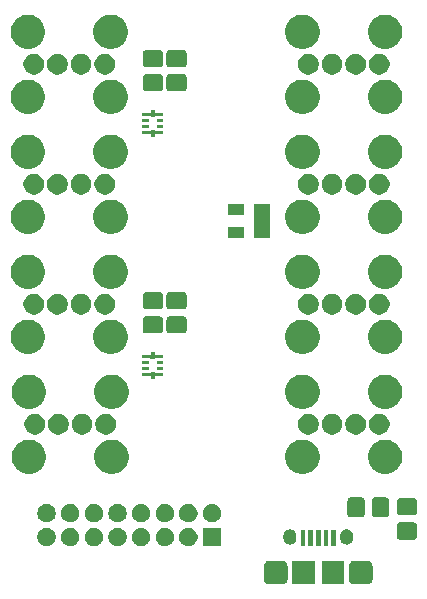
<source format=gbr>
G04 #@! TF.GenerationSoftware,KiCad,Pcbnew,(5.1.0)-1*
G04 #@! TF.CreationDate,2020-02-18T23:46:36-06:00*
G04 #@! TF.ProjectId,USBMuxV1,5553424d-7578-4563-912e-6b696361645f,rev?*
G04 #@! TF.SameCoordinates,Original*
G04 #@! TF.FileFunction,Soldermask,Top*
G04 #@! TF.FilePolarity,Negative*
%FSLAX46Y46*%
G04 Gerber Fmt 4.6, Leading zero omitted, Abs format (unit mm)*
G04 Created by KiCad (PCBNEW (5.1.0)-1) date 2020-02-18 23:46:36*
%MOMM*%
%LPD*%
G04 APERTURE LIST*
%ADD10C,0.100000*%
G04 APERTURE END LIST*
D10*
G36*
X143227542Y-136010227D02*
G01*
X143314031Y-136036463D01*
X143393733Y-136079065D01*
X143463598Y-136136402D01*
X143520935Y-136206267D01*
X143563537Y-136285969D01*
X143589773Y-136372458D01*
X143599000Y-136466143D01*
X143599000Y-137533857D01*
X143589773Y-137627542D01*
X143563537Y-137714031D01*
X143520935Y-137793733D01*
X143463598Y-137863598D01*
X143393733Y-137920935D01*
X143314031Y-137963537D01*
X143227542Y-137989773D01*
X143133857Y-137999000D01*
X142066143Y-137999000D01*
X141972458Y-137989773D01*
X141885969Y-137963537D01*
X141806267Y-137920935D01*
X141736402Y-137863598D01*
X141679065Y-137793733D01*
X141636463Y-137714031D01*
X141610227Y-137627542D01*
X141601000Y-137533857D01*
X141601000Y-136466143D01*
X141610227Y-136372458D01*
X141636463Y-136285969D01*
X141679065Y-136206267D01*
X141736402Y-136136402D01*
X141806267Y-136079065D01*
X141885969Y-136036463D01*
X141972458Y-136010227D01*
X142066143Y-136001000D01*
X143133857Y-136001000D01*
X143227542Y-136010227D01*
X143227542Y-136010227D01*
G37*
G36*
X136027542Y-136010227D02*
G01*
X136114031Y-136036463D01*
X136193733Y-136079065D01*
X136263598Y-136136402D01*
X136320935Y-136206267D01*
X136363537Y-136285969D01*
X136389773Y-136372458D01*
X136399000Y-136466143D01*
X136399000Y-137533857D01*
X136389773Y-137627542D01*
X136363537Y-137714031D01*
X136320935Y-137793733D01*
X136263598Y-137863598D01*
X136193733Y-137920935D01*
X136114031Y-137963537D01*
X136027542Y-137989773D01*
X135933857Y-137999000D01*
X134866143Y-137999000D01*
X134772458Y-137989773D01*
X134685969Y-137963537D01*
X134606267Y-137920935D01*
X134536402Y-137863598D01*
X134479065Y-137793733D01*
X134436463Y-137714031D01*
X134410227Y-137627542D01*
X134401000Y-137533857D01*
X134401000Y-136466143D01*
X134410227Y-136372458D01*
X134436463Y-136285969D01*
X134479065Y-136206267D01*
X134536402Y-136136402D01*
X134606267Y-136079065D01*
X134685969Y-136036463D01*
X134772458Y-136010227D01*
X134866143Y-136001000D01*
X135933857Y-136001000D01*
X136027542Y-136010227D01*
X136027542Y-136010227D01*
G37*
G36*
X138699000Y-137949000D02*
G01*
X136801000Y-137949000D01*
X136801000Y-136051000D01*
X138699000Y-136051000D01*
X138699000Y-137949000D01*
X138699000Y-137949000D01*
G37*
G36*
X141199000Y-137949000D02*
G01*
X139301000Y-137949000D01*
X139301000Y-136051000D01*
X141199000Y-136051000D01*
X141199000Y-137949000D01*
X141199000Y-137949000D01*
G37*
G36*
X124226759Y-133252475D02*
G01*
X124368237Y-133311077D01*
X124495564Y-133396154D01*
X124603846Y-133504436D01*
X124688923Y-133631763D01*
X124747525Y-133773241D01*
X124777400Y-133923433D01*
X124777400Y-134076567D01*
X124747525Y-134226759D01*
X124688923Y-134368237D01*
X124603846Y-134495564D01*
X124495564Y-134603846D01*
X124368237Y-134688923D01*
X124226759Y-134747525D01*
X124076567Y-134777400D01*
X123923433Y-134777400D01*
X123773241Y-134747525D01*
X123631763Y-134688923D01*
X123504436Y-134603846D01*
X123396154Y-134495564D01*
X123311077Y-134368237D01*
X123252475Y-134226759D01*
X123222600Y-134076567D01*
X123222600Y-133923433D01*
X123252475Y-133773241D01*
X123311077Y-133631763D01*
X123396154Y-133504436D01*
X123504436Y-133396154D01*
X123631763Y-133311077D01*
X123773241Y-133252475D01*
X123923433Y-133222600D01*
X124076567Y-133222600D01*
X124226759Y-133252475D01*
X124226759Y-133252475D01*
G37*
G36*
X130777400Y-134777400D02*
G01*
X129222600Y-134777400D01*
X129222600Y-133222600D01*
X130777400Y-133222600D01*
X130777400Y-134777400D01*
X130777400Y-134777400D01*
G37*
G36*
X128226759Y-133252475D02*
G01*
X128368237Y-133311077D01*
X128495564Y-133396154D01*
X128603846Y-133504436D01*
X128688923Y-133631763D01*
X128747525Y-133773241D01*
X128777400Y-133923433D01*
X128777400Y-134076567D01*
X128747525Y-134226759D01*
X128688923Y-134368237D01*
X128603846Y-134495564D01*
X128495564Y-134603846D01*
X128368237Y-134688923D01*
X128226759Y-134747525D01*
X128076567Y-134777400D01*
X127923433Y-134777400D01*
X127773241Y-134747525D01*
X127631763Y-134688923D01*
X127504436Y-134603846D01*
X127396154Y-134495564D01*
X127311077Y-134368237D01*
X127252475Y-134226759D01*
X127222600Y-134076567D01*
X127222600Y-133923433D01*
X127252475Y-133773241D01*
X127311077Y-133631763D01*
X127396154Y-133504436D01*
X127504436Y-133396154D01*
X127631763Y-133311077D01*
X127773241Y-133252475D01*
X127923433Y-133222600D01*
X128076567Y-133222600D01*
X128226759Y-133252475D01*
X128226759Y-133252475D01*
G37*
G36*
X126226759Y-133252475D02*
G01*
X126368237Y-133311077D01*
X126495564Y-133396154D01*
X126603846Y-133504436D01*
X126688923Y-133631763D01*
X126747525Y-133773241D01*
X126777400Y-133923433D01*
X126777400Y-134076567D01*
X126747525Y-134226759D01*
X126688923Y-134368237D01*
X126603846Y-134495564D01*
X126495564Y-134603846D01*
X126368237Y-134688923D01*
X126226759Y-134747525D01*
X126076567Y-134777400D01*
X125923433Y-134777400D01*
X125773241Y-134747525D01*
X125631763Y-134688923D01*
X125504436Y-134603846D01*
X125396154Y-134495564D01*
X125311077Y-134368237D01*
X125252475Y-134226759D01*
X125222600Y-134076567D01*
X125222600Y-133923433D01*
X125252475Y-133773241D01*
X125311077Y-133631763D01*
X125396154Y-133504436D01*
X125504436Y-133396154D01*
X125631763Y-133311077D01*
X125773241Y-133252475D01*
X125923433Y-133222600D01*
X126076567Y-133222600D01*
X126226759Y-133252475D01*
X126226759Y-133252475D01*
G37*
G36*
X122226759Y-133252475D02*
G01*
X122368237Y-133311077D01*
X122495564Y-133396154D01*
X122603846Y-133504436D01*
X122688923Y-133631763D01*
X122747525Y-133773241D01*
X122777400Y-133923433D01*
X122777400Y-134076567D01*
X122747525Y-134226759D01*
X122688923Y-134368237D01*
X122603846Y-134495564D01*
X122495564Y-134603846D01*
X122368237Y-134688923D01*
X122226759Y-134747525D01*
X122076567Y-134777400D01*
X121923433Y-134777400D01*
X121773241Y-134747525D01*
X121631763Y-134688923D01*
X121504436Y-134603846D01*
X121396154Y-134495564D01*
X121311077Y-134368237D01*
X121252475Y-134226759D01*
X121222600Y-134076567D01*
X121222600Y-133923433D01*
X121252475Y-133773241D01*
X121311077Y-133631763D01*
X121396154Y-133504436D01*
X121504436Y-133396154D01*
X121631763Y-133311077D01*
X121773241Y-133252475D01*
X121923433Y-133222600D01*
X122076567Y-133222600D01*
X122226759Y-133252475D01*
X122226759Y-133252475D01*
G37*
G36*
X120226759Y-133252475D02*
G01*
X120368237Y-133311077D01*
X120495564Y-133396154D01*
X120603846Y-133504436D01*
X120688923Y-133631763D01*
X120747525Y-133773241D01*
X120777400Y-133923433D01*
X120777400Y-134076567D01*
X120747525Y-134226759D01*
X120688923Y-134368237D01*
X120603846Y-134495564D01*
X120495564Y-134603846D01*
X120368237Y-134688923D01*
X120226759Y-134747525D01*
X120076567Y-134777400D01*
X119923433Y-134777400D01*
X119773241Y-134747525D01*
X119631763Y-134688923D01*
X119504436Y-134603846D01*
X119396154Y-134495564D01*
X119311077Y-134368237D01*
X119252475Y-134226759D01*
X119222600Y-134076567D01*
X119222600Y-133923433D01*
X119252475Y-133773241D01*
X119311077Y-133631763D01*
X119396154Y-133504436D01*
X119504436Y-133396154D01*
X119631763Y-133311077D01*
X119773241Y-133252475D01*
X119923433Y-133222600D01*
X120076567Y-133222600D01*
X120226759Y-133252475D01*
X120226759Y-133252475D01*
G37*
G36*
X118226759Y-133252475D02*
G01*
X118368237Y-133311077D01*
X118495564Y-133396154D01*
X118603846Y-133504436D01*
X118688923Y-133631763D01*
X118747525Y-133773241D01*
X118777400Y-133923433D01*
X118777400Y-134076567D01*
X118747525Y-134226759D01*
X118688923Y-134368237D01*
X118603846Y-134495564D01*
X118495564Y-134603846D01*
X118368237Y-134688923D01*
X118226759Y-134747525D01*
X118076567Y-134777400D01*
X117923433Y-134777400D01*
X117773241Y-134747525D01*
X117631763Y-134688923D01*
X117504436Y-134603846D01*
X117396154Y-134495564D01*
X117311077Y-134368237D01*
X117252475Y-134226759D01*
X117222600Y-134076567D01*
X117222600Y-133923433D01*
X117252475Y-133773241D01*
X117311077Y-133631763D01*
X117396154Y-133504436D01*
X117504436Y-133396154D01*
X117631763Y-133311077D01*
X117773241Y-133252475D01*
X117923433Y-133222600D01*
X118076567Y-133222600D01*
X118226759Y-133252475D01*
X118226759Y-133252475D01*
G37*
G36*
X116226759Y-133252475D02*
G01*
X116368237Y-133311077D01*
X116495564Y-133396154D01*
X116603846Y-133504436D01*
X116688923Y-133631763D01*
X116747525Y-133773241D01*
X116777400Y-133923433D01*
X116777400Y-134076567D01*
X116747525Y-134226759D01*
X116688923Y-134368237D01*
X116603846Y-134495564D01*
X116495564Y-134603846D01*
X116368237Y-134688923D01*
X116226759Y-134747525D01*
X116076567Y-134777400D01*
X115923433Y-134777400D01*
X115773241Y-134747525D01*
X115631763Y-134688923D01*
X115504436Y-134603846D01*
X115396154Y-134495564D01*
X115311077Y-134368237D01*
X115252475Y-134226759D01*
X115222600Y-134076567D01*
X115222600Y-133923433D01*
X115252475Y-133773241D01*
X115311077Y-133631763D01*
X115396154Y-133504436D01*
X115504436Y-133396154D01*
X115631763Y-133311077D01*
X115773241Y-133252475D01*
X115923433Y-133222600D01*
X116076567Y-133222600D01*
X116226759Y-133252475D01*
X116226759Y-133252475D01*
G37*
G36*
X139849000Y-134774000D02*
G01*
X139451000Y-134774000D01*
X139451000Y-133426000D01*
X139849000Y-133426000D01*
X139849000Y-134774000D01*
X139849000Y-134774000D01*
G37*
G36*
X139199000Y-134774000D02*
G01*
X138801000Y-134774000D01*
X138801000Y-133426000D01*
X139199000Y-133426000D01*
X139199000Y-134774000D01*
X139199000Y-134774000D01*
G37*
G36*
X138549000Y-134774000D02*
G01*
X138151000Y-134774000D01*
X138151000Y-133426000D01*
X138549000Y-133426000D01*
X138549000Y-134774000D01*
X138549000Y-134774000D01*
G37*
G36*
X137899000Y-134774000D02*
G01*
X137501000Y-134774000D01*
X137501000Y-133426000D01*
X137899000Y-133426000D01*
X137899000Y-134774000D01*
X137899000Y-134774000D01*
G37*
G36*
X140499000Y-134774000D02*
G01*
X140101000Y-134774000D01*
X140101000Y-133426000D01*
X140499000Y-133426000D01*
X140499000Y-134774000D01*
X140499000Y-134774000D01*
G37*
G36*
X141507620Y-133358943D02*
G01*
X141566047Y-133376667D01*
X141611109Y-133390336D01*
X141706484Y-133441315D01*
X141790080Y-133509920D01*
X141828589Y-133556844D01*
X141858684Y-133593514D01*
X141858685Y-133593516D01*
X141909664Y-133688890D01*
X141923333Y-133733952D01*
X141941057Y-133792379D01*
X141949000Y-133873029D01*
X141949000Y-134126970D01*
X141941057Y-134207620D01*
X141923333Y-134266047D01*
X141909664Y-134311109D01*
X141879128Y-134368237D01*
X141858684Y-134406486D01*
X141840813Y-134428262D01*
X141790080Y-134490080D01*
X141728262Y-134540813D01*
X141706486Y-134558684D01*
X141706484Y-134558685D01*
X141611110Y-134609664D01*
X141566048Y-134623333D01*
X141507621Y-134641057D01*
X141400000Y-134651656D01*
X141292380Y-134641057D01*
X141233953Y-134623333D01*
X141188891Y-134609664D01*
X141093517Y-134558685D01*
X141093515Y-134558684D01*
X141071739Y-134540813D01*
X141009921Y-134490080D01*
X140952605Y-134420240D01*
X140941314Y-134406482D01*
X140890338Y-134311113D01*
X140890336Y-134311110D01*
X140858944Y-134207623D01*
X140858943Y-134207621D01*
X140851000Y-134126971D01*
X140851000Y-133873030D01*
X140858943Y-133792380D01*
X140890336Y-133688892D01*
X140890336Y-133688891D01*
X140941315Y-133593516D01*
X141009920Y-133509920D01*
X141056844Y-133471411D01*
X141093514Y-133441316D01*
X141122168Y-133426000D01*
X141188890Y-133390336D01*
X141233952Y-133376667D01*
X141292379Y-133358943D01*
X141400000Y-133348344D01*
X141507620Y-133358943D01*
X141507620Y-133358943D01*
G37*
G36*
X136707620Y-133358943D02*
G01*
X136766047Y-133376667D01*
X136811109Y-133390336D01*
X136906484Y-133441315D01*
X136990080Y-133509920D01*
X137028589Y-133556844D01*
X137058684Y-133593514D01*
X137058685Y-133593516D01*
X137109664Y-133688890D01*
X137123333Y-133733952D01*
X137141057Y-133792379D01*
X137149000Y-133873029D01*
X137149000Y-134126970D01*
X137141057Y-134207620D01*
X137123333Y-134266047D01*
X137109664Y-134311109D01*
X137079128Y-134368237D01*
X137058684Y-134406486D01*
X137040813Y-134428262D01*
X136990080Y-134490080D01*
X136928262Y-134540813D01*
X136906486Y-134558684D01*
X136906484Y-134558685D01*
X136811110Y-134609664D01*
X136766048Y-134623333D01*
X136707621Y-134641057D01*
X136600000Y-134651656D01*
X136492380Y-134641057D01*
X136433953Y-134623333D01*
X136388891Y-134609664D01*
X136293517Y-134558685D01*
X136293515Y-134558684D01*
X136271739Y-134540813D01*
X136209921Y-134490080D01*
X136152605Y-134420240D01*
X136141314Y-134406482D01*
X136090338Y-134311113D01*
X136090336Y-134311110D01*
X136058944Y-134207623D01*
X136058943Y-134207621D01*
X136051000Y-134126971D01*
X136051000Y-133873030D01*
X136058943Y-133792380D01*
X136090336Y-133688892D01*
X136090336Y-133688891D01*
X136141315Y-133593516D01*
X136209920Y-133509920D01*
X136256844Y-133471411D01*
X136293514Y-133441316D01*
X136322168Y-133426000D01*
X136388890Y-133390336D01*
X136433952Y-133376667D01*
X136492379Y-133358943D01*
X136600000Y-133348344D01*
X136707620Y-133358943D01*
X136707620Y-133358943D01*
G37*
G36*
X147132432Y-132778210D02*
G01*
X147183613Y-132793736D01*
X147230782Y-132818949D01*
X147272123Y-132852877D01*
X147306051Y-132894218D01*
X147331264Y-132941387D01*
X147346790Y-132992568D01*
X147352400Y-133049533D01*
X147352400Y-133950467D01*
X147346790Y-134007432D01*
X147331264Y-134058613D01*
X147306051Y-134105782D01*
X147272123Y-134147123D01*
X147230782Y-134181051D01*
X147183613Y-134206264D01*
X147132432Y-134221790D01*
X147075467Y-134227400D01*
X145924533Y-134227400D01*
X145867568Y-134221790D01*
X145816387Y-134206264D01*
X145769218Y-134181051D01*
X145727877Y-134147123D01*
X145693949Y-134105782D01*
X145668736Y-134058613D01*
X145653210Y-134007432D01*
X145647600Y-133950467D01*
X145647600Y-133049533D01*
X145653210Y-132992568D01*
X145668736Y-132941387D01*
X145693949Y-132894218D01*
X145727877Y-132852877D01*
X145769218Y-132818949D01*
X145816387Y-132793736D01*
X145867568Y-132778210D01*
X145924533Y-132772600D01*
X147075467Y-132772600D01*
X147132432Y-132778210D01*
X147132432Y-132778210D01*
G37*
G36*
X124226759Y-131252475D02*
G01*
X124368237Y-131311077D01*
X124495564Y-131396154D01*
X124603846Y-131504436D01*
X124688923Y-131631763D01*
X124747525Y-131773241D01*
X124777400Y-131923433D01*
X124777400Y-132076567D01*
X124747525Y-132226759D01*
X124688923Y-132368237D01*
X124603846Y-132495564D01*
X124495564Y-132603846D01*
X124368237Y-132688923D01*
X124226759Y-132747525D01*
X124076567Y-132777400D01*
X123923433Y-132777400D01*
X123773241Y-132747525D01*
X123631763Y-132688923D01*
X123504436Y-132603846D01*
X123396154Y-132495564D01*
X123311077Y-132368237D01*
X123252475Y-132226759D01*
X123222600Y-132076567D01*
X123222600Y-131923433D01*
X123252475Y-131773241D01*
X123311077Y-131631763D01*
X123396154Y-131504436D01*
X123504436Y-131396154D01*
X123631763Y-131311077D01*
X123773241Y-131252475D01*
X123923433Y-131222600D01*
X124076567Y-131222600D01*
X124226759Y-131252475D01*
X124226759Y-131252475D01*
G37*
G36*
X122226759Y-131252475D02*
G01*
X122368237Y-131311077D01*
X122495564Y-131396154D01*
X122603846Y-131504436D01*
X122688923Y-131631763D01*
X122747525Y-131773241D01*
X122777400Y-131923433D01*
X122777400Y-132076567D01*
X122747525Y-132226759D01*
X122688923Y-132368237D01*
X122603846Y-132495564D01*
X122495564Y-132603846D01*
X122368237Y-132688923D01*
X122226759Y-132747525D01*
X122076567Y-132777400D01*
X121923433Y-132777400D01*
X121773241Y-132747525D01*
X121631763Y-132688923D01*
X121504436Y-132603846D01*
X121396154Y-132495564D01*
X121311077Y-132368237D01*
X121252475Y-132226759D01*
X121222600Y-132076567D01*
X121222600Y-131923433D01*
X121252475Y-131773241D01*
X121311077Y-131631763D01*
X121396154Y-131504436D01*
X121504436Y-131396154D01*
X121631763Y-131311077D01*
X121773241Y-131252475D01*
X121923433Y-131222600D01*
X122076567Y-131222600D01*
X122226759Y-131252475D01*
X122226759Y-131252475D01*
G37*
G36*
X116226759Y-131252475D02*
G01*
X116368237Y-131311077D01*
X116495564Y-131396154D01*
X116603846Y-131504436D01*
X116688923Y-131631763D01*
X116747525Y-131773241D01*
X116777400Y-131923433D01*
X116777400Y-132076567D01*
X116747525Y-132226759D01*
X116688923Y-132368237D01*
X116603846Y-132495564D01*
X116495564Y-132603846D01*
X116368237Y-132688923D01*
X116226759Y-132747525D01*
X116076567Y-132777400D01*
X115923433Y-132777400D01*
X115773241Y-132747525D01*
X115631763Y-132688923D01*
X115504436Y-132603846D01*
X115396154Y-132495564D01*
X115311077Y-132368237D01*
X115252475Y-132226759D01*
X115222600Y-132076567D01*
X115222600Y-131923433D01*
X115252475Y-131773241D01*
X115311077Y-131631763D01*
X115396154Y-131504436D01*
X115504436Y-131396154D01*
X115631763Y-131311077D01*
X115773241Y-131252475D01*
X115923433Y-131222600D01*
X116076567Y-131222600D01*
X116226759Y-131252475D01*
X116226759Y-131252475D01*
G37*
G36*
X118226759Y-131252475D02*
G01*
X118368237Y-131311077D01*
X118495564Y-131396154D01*
X118603846Y-131504436D01*
X118688923Y-131631763D01*
X118747525Y-131773241D01*
X118777400Y-131923433D01*
X118777400Y-132076567D01*
X118747525Y-132226759D01*
X118688923Y-132368237D01*
X118603846Y-132495564D01*
X118495564Y-132603846D01*
X118368237Y-132688923D01*
X118226759Y-132747525D01*
X118076567Y-132777400D01*
X117923433Y-132777400D01*
X117773241Y-132747525D01*
X117631763Y-132688923D01*
X117504436Y-132603846D01*
X117396154Y-132495564D01*
X117311077Y-132368237D01*
X117252475Y-132226759D01*
X117222600Y-132076567D01*
X117222600Y-131923433D01*
X117252475Y-131773241D01*
X117311077Y-131631763D01*
X117396154Y-131504436D01*
X117504436Y-131396154D01*
X117631763Y-131311077D01*
X117773241Y-131252475D01*
X117923433Y-131222600D01*
X118076567Y-131222600D01*
X118226759Y-131252475D01*
X118226759Y-131252475D01*
G37*
G36*
X120226759Y-131252475D02*
G01*
X120368237Y-131311077D01*
X120495564Y-131396154D01*
X120603846Y-131504436D01*
X120688923Y-131631763D01*
X120747525Y-131773241D01*
X120777400Y-131923433D01*
X120777400Y-132076567D01*
X120747525Y-132226759D01*
X120688923Y-132368237D01*
X120603846Y-132495564D01*
X120495564Y-132603846D01*
X120368237Y-132688923D01*
X120226759Y-132747525D01*
X120076567Y-132777400D01*
X119923433Y-132777400D01*
X119773241Y-132747525D01*
X119631763Y-132688923D01*
X119504436Y-132603846D01*
X119396154Y-132495564D01*
X119311077Y-132368237D01*
X119252475Y-132226759D01*
X119222600Y-132076567D01*
X119222600Y-131923433D01*
X119252475Y-131773241D01*
X119311077Y-131631763D01*
X119396154Y-131504436D01*
X119504436Y-131396154D01*
X119631763Y-131311077D01*
X119773241Y-131252475D01*
X119923433Y-131222600D01*
X120076567Y-131222600D01*
X120226759Y-131252475D01*
X120226759Y-131252475D01*
G37*
G36*
X126226759Y-131252475D02*
G01*
X126368237Y-131311077D01*
X126495564Y-131396154D01*
X126603846Y-131504436D01*
X126688923Y-131631763D01*
X126747525Y-131773241D01*
X126777400Y-131923433D01*
X126777400Y-132076567D01*
X126747525Y-132226759D01*
X126688923Y-132368237D01*
X126603846Y-132495564D01*
X126495564Y-132603846D01*
X126368237Y-132688923D01*
X126226759Y-132747525D01*
X126076567Y-132777400D01*
X125923433Y-132777400D01*
X125773241Y-132747525D01*
X125631763Y-132688923D01*
X125504436Y-132603846D01*
X125396154Y-132495564D01*
X125311077Y-132368237D01*
X125252475Y-132226759D01*
X125222600Y-132076567D01*
X125222600Y-131923433D01*
X125252475Y-131773241D01*
X125311077Y-131631763D01*
X125396154Y-131504436D01*
X125504436Y-131396154D01*
X125631763Y-131311077D01*
X125773241Y-131252475D01*
X125923433Y-131222600D01*
X126076567Y-131222600D01*
X126226759Y-131252475D01*
X126226759Y-131252475D01*
G37*
G36*
X130226759Y-131252475D02*
G01*
X130368237Y-131311077D01*
X130495564Y-131396154D01*
X130603846Y-131504436D01*
X130688923Y-131631763D01*
X130747525Y-131773241D01*
X130777400Y-131923433D01*
X130777400Y-132076567D01*
X130747525Y-132226759D01*
X130688923Y-132368237D01*
X130603846Y-132495564D01*
X130495564Y-132603846D01*
X130368237Y-132688923D01*
X130226759Y-132747525D01*
X130076567Y-132777400D01*
X129923433Y-132777400D01*
X129773241Y-132747525D01*
X129631763Y-132688923D01*
X129504436Y-132603846D01*
X129396154Y-132495564D01*
X129311077Y-132368237D01*
X129252475Y-132226759D01*
X129222600Y-132076567D01*
X129222600Y-131923433D01*
X129252475Y-131773241D01*
X129311077Y-131631763D01*
X129396154Y-131504436D01*
X129504436Y-131396154D01*
X129631763Y-131311077D01*
X129773241Y-131252475D01*
X129923433Y-131222600D01*
X130076567Y-131222600D01*
X130226759Y-131252475D01*
X130226759Y-131252475D01*
G37*
G36*
X128226759Y-131252475D02*
G01*
X128368237Y-131311077D01*
X128495564Y-131396154D01*
X128603846Y-131504436D01*
X128688923Y-131631763D01*
X128747525Y-131773241D01*
X128777400Y-131923433D01*
X128777400Y-132076567D01*
X128747525Y-132226759D01*
X128688923Y-132368237D01*
X128603846Y-132495564D01*
X128495564Y-132603846D01*
X128368237Y-132688923D01*
X128226759Y-132747525D01*
X128076567Y-132777400D01*
X127923433Y-132777400D01*
X127773241Y-132747525D01*
X127631763Y-132688923D01*
X127504436Y-132603846D01*
X127396154Y-132495564D01*
X127311077Y-132368237D01*
X127252475Y-132226759D01*
X127222600Y-132076567D01*
X127222600Y-131923433D01*
X127252475Y-131773241D01*
X127311077Y-131631763D01*
X127396154Y-131504436D01*
X127504436Y-131396154D01*
X127631763Y-131311077D01*
X127773241Y-131252475D01*
X127923433Y-131222600D01*
X128076567Y-131222600D01*
X128226759Y-131252475D01*
X128226759Y-131252475D01*
G37*
G36*
X144757432Y-130653210D02*
G01*
X144808613Y-130668736D01*
X144855782Y-130693949D01*
X144897123Y-130727877D01*
X144931051Y-130769218D01*
X144956264Y-130816387D01*
X144971790Y-130867568D01*
X144977400Y-130924533D01*
X144977400Y-132075467D01*
X144971790Y-132132432D01*
X144956264Y-132183613D01*
X144931051Y-132230782D01*
X144897123Y-132272123D01*
X144855782Y-132306051D01*
X144808613Y-132331264D01*
X144757432Y-132346790D01*
X144700467Y-132352400D01*
X143799533Y-132352400D01*
X143742568Y-132346790D01*
X143691387Y-132331264D01*
X143644218Y-132306051D01*
X143602877Y-132272123D01*
X143568949Y-132230782D01*
X143543736Y-132183613D01*
X143528210Y-132132432D01*
X143522600Y-132075467D01*
X143522600Y-130924533D01*
X143528210Y-130867568D01*
X143543736Y-130816387D01*
X143568949Y-130769218D01*
X143602877Y-130727877D01*
X143644218Y-130693949D01*
X143691387Y-130668736D01*
X143742568Y-130653210D01*
X143799533Y-130647600D01*
X144700467Y-130647600D01*
X144757432Y-130653210D01*
X144757432Y-130653210D01*
G37*
G36*
X142707432Y-130653210D02*
G01*
X142758613Y-130668736D01*
X142805782Y-130693949D01*
X142847123Y-130727877D01*
X142881051Y-130769218D01*
X142906264Y-130816387D01*
X142921790Y-130867568D01*
X142927400Y-130924533D01*
X142927400Y-132075467D01*
X142921790Y-132132432D01*
X142906264Y-132183613D01*
X142881051Y-132230782D01*
X142847123Y-132272123D01*
X142805782Y-132306051D01*
X142758613Y-132331264D01*
X142707432Y-132346790D01*
X142650467Y-132352400D01*
X141749533Y-132352400D01*
X141692568Y-132346790D01*
X141641387Y-132331264D01*
X141594218Y-132306051D01*
X141552877Y-132272123D01*
X141518949Y-132230782D01*
X141493736Y-132183613D01*
X141478210Y-132132432D01*
X141472600Y-132075467D01*
X141472600Y-130924533D01*
X141478210Y-130867568D01*
X141493736Y-130816387D01*
X141518949Y-130769218D01*
X141552877Y-130727877D01*
X141594218Y-130693949D01*
X141641387Y-130668736D01*
X141692568Y-130653210D01*
X141749533Y-130647600D01*
X142650467Y-130647600D01*
X142707432Y-130653210D01*
X142707432Y-130653210D01*
G37*
G36*
X147132432Y-130728210D02*
G01*
X147183613Y-130743736D01*
X147230782Y-130768949D01*
X147272123Y-130802877D01*
X147306051Y-130844218D01*
X147331264Y-130891387D01*
X147346790Y-130942568D01*
X147352400Y-130999533D01*
X147352400Y-131900467D01*
X147346790Y-131957432D01*
X147331264Y-132008613D01*
X147306051Y-132055782D01*
X147272123Y-132097123D01*
X147230782Y-132131051D01*
X147183613Y-132156264D01*
X147132432Y-132171790D01*
X147075467Y-132177400D01*
X145924533Y-132177400D01*
X145867568Y-132171790D01*
X145816387Y-132156264D01*
X145769218Y-132131051D01*
X145727877Y-132097123D01*
X145693949Y-132055782D01*
X145668736Y-132008613D01*
X145653210Y-131957432D01*
X145647600Y-131900467D01*
X145647600Y-130999533D01*
X145653210Y-130942568D01*
X145668736Y-130891387D01*
X145693949Y-130844218D01*
X145727877Y-130802877D01*
X145769218Y-130768949D01*
X145816387Y-130743736D01*
X145867568Y-130728210D01*
X145924533Y-130722600D01*
X147075467Y-130722600D01*
X147132432Y-130728210D01*
X147132432Y-130728210D01*
G37*
G36*
X145083650Y-125813414D02*
G01*
X145347970Y-125922899D01*
X145585851Y-126081847D01*
X145788153Y-126284149D01*
X145947101Y-126522030D01*
X146056586Y-126786350D01*
X146112400Y-127066951D01*
X146112400Y-127353049D01*
X146056586Y-127633650D01*
X145947101Y-127897970D01*
X145788153Y-128135851D01*
X145585851Y-128338153D01*
X145347970Y-128497101D01*
X145083650Y-128606586D01*
X144803049Y-128662400D01*
X144516951Y-128662400D01*
X144236350Y-128606586D01*
X143972030Y-128497101D01*
X143734149Y-128338153D01*
X143531847Y-128135851D01*
X143372899Y-127897970D01*
X143263414Y-127633650D01*
X143207600Y-127353049D01*
X143207600Y-127066951D01*
X143263414Y-126786350D01*
X143372899Y-126522030D01*
X143531847Y-126284149D01*
X143734149Y-126081847D01*
X143972030Y-125922899D01*
X144236350Y-125813414D01*
X144516951Y-125757600D01*
X144803049Y-125757600D01*
X145083650Y-125813414D01*
X145083650Y-125813414D01*
G37*
G36*
X121923650Y-125813414D02*
G01*
X122187970Y-125922899D01*
X122425851Y-126081847D01*
X122628153Y-126284149D01*
X122787101Y-126522030D01*
X122896586Y-126786350D01*
X122952400Y-127066951D01*
X122952400Y-127353049D01*
X122896586Y-127633650D01*
X122787101Y-127897970D01*
X122628153Y-128135851D01*
X122425851Y-128338153D01*
X122187970Y-128497101D01*
X121923650Y-128606586D01*
X121643049Y-128662400D01*
X121356951Y-128662400D01*
X121076350Y-128606586D01*
X120812030Y-128497101D01*
X120574149Y-128338153D01*
X120371847Y-128135851D01*
X120212899Y-127897970D01*
X120103414Y-127633650D01*
X120047600Y-127353049D01*
X120047600Y-127066951D01*
X120103414Y-126786350D01*
X120212899Y-126522030D01*
X120371847Y-126284149D01*
X120574149Y-126081847D01*
X120812030Y-125922899D01*
X121076350Y-125813414D01*
X121356951Y-125757600D01*
X121643049Y-125757600D01*
X121923650Y-125813414D01*
X121923650Y-125813414D01*
G37*
G36*
X114923650Y-125813414D02*
G01*
X115187970Y-125922899D01*
X115425851Y-126081847D01*
X115628153Y-126284149D01*
X115787101Y-126522030D01*
X115896586Y-126786350D01*
X115952400Y-127066951D01*
X115952400Y-127353049D01*
X115896586Y-127633650D01*
X115787101Y-127897970D01*
X115628153Y-128135851D01*
X115425851Y-128338153D01*
X115187970Y-128497101D01*
X114923650Y-128606586D01*
X114643049Y-128662400D01*
X114356951Y-128662400D01*
X114076350Y-128606586D01*
X113812030Y-128497101D01*
X113574149Y-128338153D01*
X113371847Y-128135851D01*
X113212899Y-127897970D01*
X113103414Y-127633650D01*
X113047600Y-127353049D01*
X113047600Y-127066951D01*
X113103414Y-126786350D01*
X113212899Y-126522030D01*
X113371847Y-126284149D01*
X113574149Y-126081847D01*
X113812030Y-125922899D01*
X114076350Y-125813414D01*
X114356951Y-125757600D01*
X114643049Y-125757600D01*
X114923650Y-125813414D01*
X114923650Y-125813414D01*
G37*
G36*
X138083650Y-125813414D02*
G01*
X138347970Y-125922899D01*
X138585851Y-126081847D01*
X138788153Y-126284149D01*
X138947101Y-126522030D01*
X139056586Y-126786350D01*
X139112400Y-127066951D01*
X139112400Y-127353049D01*
X139056586Y-127633650D01*
X138947101Y-127897970D01*
X138788153Y-128135851D01*
X138585851Y-128338153D01*
X138347970Y-128497101D01*
X138083650Y-128606586D01*
X137803049Y-128662400D01*
X137516951Y-128662400D01*
X137236350Y-128606586D01*
X136972030Y-128497101D01*
X136734149Y-128338153D01*
X136531847Y-128135851D01*
X136372899Y-127897970D01*
X136263414Y-127633650D01*
X136207600Y-127353049D01*
X136207600Y-127066951D01*
X136263414Y-126786350D01*
X136372899Y-126522030D01*
X136531847Y-126284149D01*
X136734149Y-126081847D01*
X136972030Y-125922899D01*
X137236350Y-125813414D01*
X137516951Y-125757600D01*
X137803049Y-125757600D01*
X138083650Y-125813414D01*
X138083650Y-125813414D01*
G37*
G36*
X138415928Y-123616318D02*
G01*
X138575606Y-123682459D01*
X138719309Y-123778478D01*
X138841522Y-123900691D01*
X138937541Y-124044394D01*
X139003682Y-124204072D01*
X139037400Y-124373585D01*
X139037400Y-124546415D01*
X139003682Y-124715928D01*
X138937541Y-124875606D01*
X138841522Y-125019309D01*
X138719309Y-125141522D01*
X138575606Y-125237541D01*
X138415928Y-125303682D01*
X138246416Y-125337400D01*
X138073584Y-125337400D01*
X137904072Y-125303682D01*
X137744394Y-125237541D01*
X137600691Y-125141522D01*
X137478478Y-125019309D01*
X137382459Y-124875606D01*
X137316318Y-124715928D01*
X137282600Y-124546415D01*
X137282600Y-124373585D01*
X137316318Y-124204072D01*
X137382459Y-124044394D01*
X137478478Y-123900691D01*
X137600691Y-123778478D01*
X137744394Y-123682459D01*
X137904072Y-123616318D01*
X138073584Y-123582600D01*
X138246416Y-123582600D01*
X138415928Y-123616318D01*
X138415928Y-123616318D01*
G37*
G36*
X115255928Y-123616318D02*
G01*
X115415606Y-123682459D01*
X115559309Y-123778478D01*
X115681522Y-123900691D01*
X115777541Y-124044394D01*
X115843682Y-124204072D01*
X115877400Y-124373585D01*
X115877400Y-124546415D01*
X115843682Y-124715928D01*
X115777541Y-124875606D01*
X115681522Y-125019309D01*
X115559309Y-125141522D01*
X115415606Y-125237541D01*
X115255928Y-125303682D01*
X115086416Y-125337400D01*
X114913584Y-125337400D01*
X114744072Y-125303682D01*
X114584394Y-125237541D01*
X114440691Y-125141522D01*
X114318478Y-125019309D01*
X114222459Y-124875606D01*
X114156318Y-124715928D01*
X114122600Y-124546415D01*
X114122600Y-124373585D01*
X114156318Y-124204072D01*
X114222459Y-124044394D01*
X114318478Y-123900691D01*
X114440691Y-123778478D01*
X114584394Y-123682459D01*
X114744072Y-123616318D01*
X114913584Y-123582600D01*
X115086416Y-123582600D01*
X115255928Y-123616318D01*
X115255928Y-123616318D01*
G37*
G36*
X117255928Y-123616318D02*
G01*
X117415606Y-123682459D01*
X117559309Y-123778478D01*
X117681522Y-123900691D01*
X117777541Y-124044394D01*
X117843682Y-124204072D01*
X117877400Y-124373585D01*
X117877400Y-124546415D01*
X117843682Y-124715928D01*
X117777541Y-124875606D01*
X117681522Y-125019309D01*
X117559309Y-125141522D01*
X117415606Y-125237541D01*
X117255928Y-125303682D01*
X117086416Y-125337400D01*
X116913584Y-125337400D01*
X116744072Y-125303682D01*
X116584394Y-125237541D01*
X116440691Y-125141522D01*
X116318478Y-125019309D01*
X116222459Y-124875606D01*
X116156318Y-124715928D01*
X116122600Y-124546415D01*
X116122600Y-124373585D01*
X116156318Y-124204072D01*
X116222459Y-124044394D01*
X116318478Y-123900691D01*
X116440691Y-123778478D01*
X116584394Y-123682459D01*
X116744072Y-123616318D01*
X116913584Y-123582600D01*
X117086416Y-123582600D01*
X117255928Y-123616318D01*
X117255928Y-123616318D01*
G37*
G36*
X140415928Y-123616318D02*
G01*
X140575606Y-123682459D01*
X140719309Y-123778478D01*
X140841522Y-123900691D01*
X140937541Y-124044394D01*
X141003682Y-124204072D01*
X141037400Y-124373585D01*
X141037400Y-124546415D01*
X141003682Y-124715928D01*
X140937541Y-124875606D01*
X140841522Y-125019309D01*
X140719309Y-125141522D01*
X140575606Y-125237541D01*
X140415928Y-125303682D01*
X140246416Y-125337400D01*
X140073584Y-125337400D01*
X139904072Y-125303682D01*
X139744394Y-125237541D01*
X139600691Y-125141522D01*
X139478478Y-125019309D01*
X139382459Y-124875606D01*
X139316318Y-124715928D01*
X139282600Y-124546415D01*
X139282600Y-124373585D01*
X139316318Y-124204072D01*
X139382459Y-124044394D01*
X139478478Y-123900691D01*
X139600691Y-123778478D01*
X139744394Y-123682459D01*
X139904072Y-123616318D01*
X140073584Y-123582600D01*
X140246416Y-123582600D01*
X140415928Y-123616318D01*
X140415928Y-123616318D01*
G37*
G36*
X144415928Y-123616318D02*
G01*
X144575606Y-123682459D01*
X144719309Y-123778478D01*
X144841522Y-123900691D01*
X144937541Y-124044394D01*
X145003682Y-124204072D01*
X145037400Y-124373585D01*
X145037400Y-124546415D01*
X145003682Y-124715928D01*
X144937541Y-124875606D01*
X144841522Y-125019309D01*
X144719309Y-125141522D01*
X144575606Y-125237541D01*
X144415928Y-125303682D01*
X144246416Y-125337400D01*
X144073584Y-125337400D01*
X143904072Y-125303682D01*
X143744394Y-125237541D01*
X143600691Y-125141522D01*
X143478478Y-125019309D01*
X143382459Y-124875606D01*
X143316318Y-124715928D01*
X143282600Y-124546415D01*
X143282600Y-124373585D01*
X143316318Y-124204072D01*
X143382459Y-124044394D01*
X143478478Y-123900691D01*
X143600691Y-123778478D01*
X143744394Y-123682459D01*
X143904072Y-123616318D01*
X144073584Y-123582600D01*
X144246416Y-123582600D01*
X144415928Y-123616318D01*
X144415928Y-123616318D01*
G37*
G36*
X142415928Y-123616318D02*
G01*
X142575606Y-123682459D01*
X142719309Y-123778478D01*
X142841522Y-123900691D01*
X142937541Y-124044394D01*
X143003682Y-124204072D01*
X143037400Y-124373585D01*
X143037400Y-124546415D01*
X143003682Y-124715928D01*
X142937541Y-124875606D01*
X142841522Y-125019309D01*
X142719309Y-125141522D01*
X142575606Y-125237541D01*
X142415928Y-125303682D01*
X142246416Y-125337400D01*
X142073584Y-125337400D01*
X141904072Y-125303682D01*
X141744394Y-125237541D01*
X141600691Y-125141522D01*
X141478478Y-125019309D01*
X141382459Y-124875606D01*
X141316318Y-124715928D01*
X141282600Y-124546415D01*
X141282600Y-124373585D01*
X141316318Y-124204072D01*
X141382459Y-124044394D01*
X141478478Y-123900691D01*
X141600691Y-123778478D01*
X141744394Y-123682459D01*
X141904072Y-123616318D01*
X142073584Y-123582600D01*
X142246416Y-123582600D01*
X142415928Y-123616318D01*
X142415928Y-123616318D01*
G37*
G36*
X119255928Y-123616318D02*
G01*
X119415606Y-123682459D01*
X119559309Y-123778478D01*
X119681522Y-123900691D01*
X119777541Y-124044394D01*
X119843682Y-124204072D01*
X119877400Y-124373585D01*
X119877400Y-124546415D01*
X119843682Y-124715928D01*
X119777541Y-124875606D01*
X119681522Y-125019309D01*
X119559309Y-125141522D01*
X119415606Y-125237541D01*
X119255928Y-125303682D01*
X119086416Y-125337400D01*
X118913584Y-125337400D01*
X118744072Y-125303682D01*
X118584394Y-125237541D01*
X118440691Y-125141522D01*
X118318478Y-125019309D01*
X118222459Y-124875606D01*
X118156318Y-124715928D01*
X118122600Y-124546415D01*
X118122600Y-124373585D01*
X118156318Y-124204072D01*
X118222459Y-124044394D01*
X118318478Y-123900691D01*
X118440691Y-123778478D01*
X118584394Y-123682459D01*
X118744072Y-123616318D01*
X118913584Y-123582600D01*
X119086416Y-123582600D01*
X119255928Y-123616318D01*
X119255928Y-123616318D01*
G37*
G36*
X121255928Y-123616318D02*
G01*
X121415606Y-123682459D01*
X121559309Y-123778478D01*
X121681522Y-123900691D01*
X121777541Y-124044394D01*
X121843682Y-124204072D01*
X121877400Y-124373585D01*
X121877400Y-124546415D01*
X121843682Y-124715928D01*
X121777541Y-124875606D01*
X121681522Y-125019309D01*
X121559309Y-125141522D01*
X121415606Y-125237541D01*
X121255928Y-125303682D01*
X121086416Y-125337400D01*
X120913584Y-125337400D01*
X120744072Y-125303682D01*
X120584394Y-125237541D01*
X120440691Y-125141522D01*
X120318478Y-125019309D01*
X120222459Y-124875606D01*
X120156318Y-124715928D01*
X120122600Y-124546415D01*
X120122600Y-124373585D01*
X120156318Y-124204072D01*
X120222459Y-124044394D01*
X120318478Y-123900691D01*
X120440691Y-123778478D01*
X120584394Y-123682459D01*
X120744072Y-123616318D01*
X120913584Y-123582600D01*
X121086416Y-123582600D01*
X121255928Y-123616318D01*
X121255928Y-123616318D01*
G37*
G36*
X121923650Y-120313414D02*
G01*
X122187970Y-120422899D01*
X122425851Y-120581847D01*
X122628153Y-120784149D01*
X122787101Y-121022030D01*
X122896586Y-121286350D01*
X122952400Y-121566951D01*
X122952400Y-121853049D01*
X122896586Y-122133650D01*
X122787101Y-122397970D01*
X122628153Y-122635851D01*
X122425851Y-122838153D01*
X122187970Y-122997101D01*
X121923650Y-123106586D01*
X121643049Y-123162400D01*
X121356951Y-123162400D01*
X121076350Y-123106586D01*
X120812030Y-122997101D01*
X120574149Y-122838153D01*
X120371847Y-122635851D01*
X120212899Y-122397970D01*
X120103414Y-122133650D01*
X120047600Y-121853049D01*
X120047600Y-121566951D01*
X120103414Y-121286350D01*
X120212899Y-121022030D01*
X120371847Y-120784149D01*
X120574149Y-120581847D01*
X120812030Y-120422899D01*
X121076350Y-120313414D01*
X121356951Y-120257600D01*
X121643049Y-120257600D01*
X121923650Y-120313414D01*
X121923650Y-120313414D01*
G37*
G36*
X114923650Y-120313414D02*
G01*
X115187970Y-120422899D01*
X115425851Y-120581847D01*
X115628153Y-120784149D01*
X115787101Y-121022030D01*
X115896586Y-121286350D01*
X115952400Y-121566951D01*
X115952400Y-121853049D01*
X115896586Y-122133650D01*
X115787101Y-122397970D01*
X115628153Y-122635851D01*
X115425851Y-122838153D01*
X115187970Y-122997101D01*
X114923650Y-123106586D01*
X114643049Y-123162400D01*
X114356951Y-123162400D01*
X114076350Y-123106586D01*
X113812030Y-122997101D01*
X113574149Y-122838153D01*
X113371847Y-122635851D01*
X113212899Y-122397970D01*
X113103414Y-122133650D01*
X113047600Y-121853049D01*
X113047600Y-121566951D01*
X113103414Y-121286350D01*
X113212899Y-121022030D01*
X113371847Y-120784149D01*
X113574149Y-120581847D01*
X113812030Y-120422899D01*
X114076350Y-120313414D01*
X114356951Y-120257600D01*
X114643049Y-120257600D01*
X114923650Y-120313414D01*
X114923650Y-120313414D01*
G37*
G36*
X145083650Y-120313414D02*
G01*
X145347970Y-120422899D01*
X145585851Y-120581847D01*
X145788153Y-120784149D01*
X145947101Y-121022030D01*
X146056586Y-121286350D01*
X146112400Y-121566951D01*
X146112400Y-121853049D01*
X146056586Y-122133650D01*
X145947101Y-122397970D01*
X145788153Y-122635851D01*
X145585851Y-122838153D01*
X145347970Y-122997101D01*
X145083650Y-123106586D01*
X144803049Y-123162400D01*
X144516951Y-123162400D01*
X144236350Y-123106586D01*
X143972030Y-122997101D01*
X143734149Y-122838153D01*
X143531847Y-122635851D01*
X143372899Y-122397970D01*
X143263414Y-122133650D01*
X143207600Y-121853049D01*
X143207600Y-121566951D01*
X143263414Y-121286350D01*
X143372899Y-121022030D01*
X143531847Y-120784149D01*
X143734149Y-120581847D01*
X143972030Y-120422899D01*
X144236350Y-120313414D01*
X144516951Y-120257600D01*
X144803049Y-120257600D01*
X145083650Y-120313414D01*
X145083650Y-120313414D01*
G37*
G36*
X138083650Y-120313414D02*
G01*
X138347970Y-120422899D01*
X138585851Y-120581847D01*
X138788153Y-120784149D01*
X138947101Y-121022030D01*
X139056586Y-121286350D01*
X139112400Y-121566951D01*
X139112400Y-121853049D01*
X139056586Y-122133650D01*
X138947101Y-122397970D01*
X138788153Y-122635851D01*
X138585851Y-122838153D01*
X138347970Y-122997101D01*
X138083650Y-123106586D01*
X137803049Y-123162400D01*
X137516951Y-123162400D01*
X137236350Y-123106586D01*
X136972030Y-122997101D01*
X136734149Y-122838153D01*
X136531847Y-122635851D01*
X136372899Y-122397970D01*
X136263414Y-122133650D01*
X136207600Y-121853049D01*
X136207600Y-121566951D01*
X136263414Y-121286350D01*
X136372899Y-121022030D01*
X136531847Y-120784149D01*
X136734149Y-120581847D01*
X136972030Y-120422899D01*
X137236350Y-120313414D01*
X137516951Y-120257600D01*
X137803049Y-120257600D01*
X138083650Y-120313414D01*
X138083650Y-120313414D01*
G37*
G36*
X125176000Y-120047801D02*
G01*
X125177464Y-120062667D01*
X125181800Y-120076961D01*
X125188842Y-120090135D01*
X125198318Y-120101682D01*
X125209865Y-120111158D01*
X125223039Y-120118200D01*
X125237333Y-120122536D01*
X125252199Y-120124000D01*
X125891000Y-120124000D01*
X125891000Y-120376000D01*
X125252199Y-120376000D01*
X125237333Y-120377464D01*
X125223039Y-120381800D01*
X125209865Y-120388842D01*
X125198318Y-120398318D01*
X125188842Y-120409865D01*
X125181800Y-120423039D01*
X125177464Y-120437333D01*
X125176000Y-120452199D01*
X125176000Y-120666000D01*
X124824000Y-120666000D01*
X124824000Y-120452199D01*
X124822536Y-120437333D01*
X124818200Y-120423039D01*
X124811158Y-120409865D01*
X124801682Y-120398318D01*
X124790135Y-120388842D01*
X124776961Y-120381800D01*
X124762667Y-120377464D01*
X124747801Y-120376000D01*
X124109000Y-120376000D01*
X124109000Y-120124000D01*
X124747801Y-120124000D01*
X124762667Y-120122536D01*
X124776961Y-120118200D01*
X124790135Y-120111158D01*
X124801682Y-120101682D01*
X124811158Y-120090135D01*
X124818200Y-120076961D01*
X124822536Y-120062667D01*
X124824000Y-120047801D01*
X124824000Y-120034000D01*
X125176000Y-120034000D01*
X125176000Y-120047801D01*
X125176000Y-120047801D01*
G37*
G36*
X125891000Y-119876000D02*
G01*
X125309000Y-119876000D01*
X125309000Y-119624000D01*
X125891000Y-119624000D01*
X125891000Y-119876000D01*
X125891000Y-119876000D01*
G37*
G36*
X124691000Y-119876000D02*
G01*
X124109000Y-119876000D01*
X124109000Y-119624000D01*
X124691000Y-119624000D01*
X124691000Y-119876000D01*
X124691000Y-119876000D01*
G37*
G36*
X125891000Y-119376000D02*
G01*
X125309000Y-119376000D01*
X125309000Y-119124000D01*
X125891000Y-119124000D01*
X125891000Y-119376000D01*
X125891000Y-119376000D01*
G37*
G36*
X124691000Y-119376000D02*
G01*
X124109000Y-119376000D01*
X124109000Y-119124000D01*
X124691000Y-119124000D01*
X124691000Y-119376000D01*
X124691000Y-119376000D01*
G37*
G36*
X125176000Y-118547801D02*
G01*
X125177464Y-118562667D01*
X125181800Y-118576961D01*
X125188842Y-118590135D01*
X125198318Y-118601682D01*
X125209865Y-118611158D01*
X125223039Y-118618200D01*
X125237333Y-118622536D01*
X125252199Y-118624000D01*
X125891000Y-118624000D01*
X125891000Y-118876000D01*
X125252199Y-118876000D01*
X125237333Y-118877464D01*
X125223039Y-118881800D01*
X125209865Y-118888842D01*
X125198318Y-118898318D01*
X125188842Y-118909865D01*
X125181800Y-118923039D01*
X125177464Y-118937333D01*
X125176000Y-118952199D01*
X125176000Y-118966000D01*
X124824000Y-118966000D01*
X124824000Y-118952199D01*
X124822536Y-118937333D01*
X124818200Y-118923039D01*
X124811158Y-118909865D01*
X124801682Y-118898318D01*
X124790135Y-118888842D01*
X124776961Y-118881800D01*
X124762667Y-118877464D01*
X124747801Y-118876000D01*
X124109000Y-118876000D01*
X124109000Y-118624000D01*
X124747801Y-118624000D01*
X124762667Y-118622536D01*
X124776961Y-118618200D01*
X124790135Y-118611158D01*
X124801682Y-118601682D01*
X124811158Y-118590135D01*
X124818200Y-118576961D01*
X124822536Y-118562667D01*
X124824000Y-118547801D01*
X124824000Y-118334000D01*
X125176000Y-118334000D01*
X125176000Y-118547801D01*
X125176000Y-118547801D01*
G37*
G36*
X138083650Y-115653414D02*
G01*
X138347970Y-115762899D01*
X138585851Y-115921847D01*
X138788153Y-116124149D01*
X138947101Y-116362030D01*
X139056586Y-116626350D01*
X139112400Y-116906951D01*
X139112400Y-117193049D01*
X139056586Y-117473650D01*
X138947101Y-117737970D01*
X138788153Y-117975851D01*
X138585851Y-118178153D01*
X138347970Y-118337101D01*
X138083650Y-118446586D01*
X137803049Y-118502400D01*
X137516951Y-118502400D01*
X137236350Y-118446586D01*
X136972030Y-118337101D01*
X136734149Y-118178153D01*
X136531847Y-117975851D01*
X136372899Y-117737970D01*
X136263414Y-117473650D01*
X136207600Y-117193049D01*
X136207600Y-116906951D01*
X136263414Y-116626350D01*
X136372899Y-116362030D01*
X136531847Y-116124149D01*
X136734149Y-115921847D01*
X136972030Y-115762899D01*
X137236350Y-115653414D01*
X137516951Y-115597600D01*
X137803049Y-115597600D01*
X138083650Y-115653414D01*
X138083650Y-115653414D01*
G37*
G36*
X114843650Y-115653414D02*
G01*
X115107970Y-115762899D01*
X115345851Y-115921847D01*
X115548153Y-116124149D01*
X115707101Y-116362030D01*
X115816586Y-116626350D01*
X115872400Y-116906951D01*
X115872400Y-117193049D01*
X115816586Y-117473650D01*
X115707101Y-117737970D01*
X115548153Y-117975851D01*
X115345851Y-118178153D01*
X115107970Y-118337101D01*
X114843650Y-118446586D01*
X114563049Y-118502400D01*
X114276951Y-118502400D01*
X113996350Y-118446586D01*
X113732030Y-118337101D01*
X113494149Y-118178153D01*
X113291847Y-117975851D01*
X113132899Y-117737970D01*
X113023414Y-117473650D01*
X112967600Y-117193049D01*
X112967600Y-116906951D01*
X113023414Y-116626350D01*
X113132899Y-116362030D01*
X113291847Y-116124149D01*
X113494149Y-115921847D01*
X113732030Y-115762899D01*
X113996350Y-115653414D01*
X114276951Y-115597600D01*
X114563049Y-115597600D01*
X114843650Y-115653414D01*
X114843650Y-115653414D01*
G37*
G36*
X121843650Y-115653414D02*
G01*
X122107970Y-115762899D01*
X122345851Y-115921847D01*
X122548153Y-116124149D01*
X122707101Y-116362030D01*
X122816586Y-116626350D01*
X122872400Y-116906951D01*
X122872400Y-117193049D01*
X122816586Y-117473650D01*
X122707101Y-117737970D01*
X122548153Y-117975851D01*
X122345851Y-118178153D01*
X122107970Y-118337101D01*
X121843650Y-118446586D01*
X121563049Y-118502400D01*
X121276951Y-118502400D01*
X120996350Y-118446586D01*
X120732030Y-118337101D01*
X120494149Y-118178153D01*
X120291847Y-117975851D01*
X120132899Y-117737970D01*
X120023414Y-117473650D01*
X119967600Y-117193049D01*
X119967600Y-116906951D01*
X120023414Y-116626350D01*
X120132899Y-116362030D01*
X120291847Y-116124149D01*
X120494149Y-115921847D01*
X120732030Y-115762899D01*
X120996350Y-115653414D01*
X121276951Y-115597600D01*
X121563049Y-115597600D01*
X121843650Y-115653414D01*
X121843650Y-115653414D01*
G37*
G36*
X145083650Y-115653414D02*
G01*
X145347970Y-115762899D01*
X145585851Y-115921847D01*
X145788153Y-116124149D01*
X145947101Y-116362030D01*
X146056586Y-116626350D01*
X146112400Y-116906951D01*
X146112400Y-117193049D01*
X146056586Y-117473650D01*
X145947101Y-117737970D01*
X145788153Y-117975851D01*
X145585851Y-118178153D01*
X145347970Y-118337101D01*
X145083650Y-118446586D01*
X144803049Y-118502400D01*
X144516951Y-118502400D01*
X144236350Y-118446586D01*
X143972030Y-118337101D01*
X143734149Y-118178153D01*
X143531847Y-117975851D01*
X143372899Y-117737970D01*
X143263414Y-117473650D01*
X143207600Y-117193049D01*
X143207600Y-116906951D01*
X143263414Y-116626350D01*
X143372899Y-116362030D01*
X143531847Y-116124149D01*
X143734149Y-115921847D01*
X143972030Y-115762899D01*
X144236350Y-115653414D01*
X144516951Y-115597600D01*
X144803049Y-115597600D01*
X145083650Y-115653414D01*
X145083650Y-115653414D01*
G37*
G36*
X127632432Y-115328210D02*
G01*
X127683613Y-115343736D01*
X127730782Y-115368949D01*
X127772123Y-115402877D01*
X127806051Y-115444218D01*
X127831264Y-115491387D01*
X127846790Y-115542568D01*
X127852400Y-115599533D01*
X127852400Y-116500467D01*
X127846790Y-116557432D01*
X127831264Y-116608613D01*
X127806051Y-116655782D01*
X127772123Y-116697123D01*
X127730782Y-116731051D01*
X127683613Y-116756264D01*
X127632432Y-116771790D01*
X127575467Y-116777400D01*
X126424533Y-116777400D01*
X126367568Y-116771790D01*
X126316387Y-116756264D01*
X126269218Y-116731051D01*
X126227877Y-116697123D01*
X126193949Y-116655782D01*
X126168736Y-116608613D01*
X126153210Y-116557432D01*
X126147600Y-116500467D01*
X126147600Y-115599533D01*
X126153210Y-115542568D01*
X126168736Y-115491387D01*
X126193949Y-115444218D01*
X126227877Y-115402877D01*
X126269218Y-115368949D01*
X126316387Y-115343736D01*
X126367568Y-115328210D01*
X126424533Y-115322600D01*
X127575467Y-115322600D01*
X127632432Y-115328210D01*
X127632432Y-115328210D01*
G37*
G36*
X125632432Y-115328210D02*
G01*
X125683613Y-115343736D01*
X125730782Y-115368949D01*
X125772123Y-115402877D01*
X125806051Y-115444218D01*
X125831264Y-115491387D01*
X125846790Y-115542568D01*
X125852400Y-115599533D01*
X125852400Y-116500467D01*
X125846790Y-116557432D01*
X125831264Y-116608613D01*
X125806051Y-116655782D01*
X125772123Y-116697123D01*
X125730782Y-116731051D01*
X125683613Y-116756264D01*
X125632432Y-116771790D01*
X125575467Y-116777400D01*
X124424533Y-116777400D01*
X124367568Y-116771790D01*
X124316387Y-116756264D01*
X124269218Y-116731051D01*
X124227877Y-116697123D01*
X124193949Y-116655782D01*
X124168736Y-116608613D01*
X124153210Y-116557432D01*
X124147600Y-116500467D01*
X124147600Y-115599533D01*
X124153210Y-115542568D01*
X124168736Y-115491387D01*
X124193949Y-115444218D01*
X124227877Y-115402877D01*
X124269218Y-115368949D01*
X124316387Y-115343736D01*
X124367568Y-115328210D01*
X124424533Y-115322600D01*
X125575467Y-115322600D01*
X125632432Y-115328210D01*
X125632432Y-115328210D01*
G37*
G36*
X142415928Y-113456318D02*
G01*
X142575606Y-113522459D01*
X142719309Y-113618478D01*
X142841522Y-113740691D01*
X142937541Y-113884394D01*
X143003682Y-114044072D01*
X143037400Y-114213585D01*
X143037400Y-114386415D01*
X143003682Y-114555928D01*
X142937541Y-114715606D01*
X142841522Y-114859309D01*
X142719309Y-114981522D01*
X142575606Y-115077541D01*
X142415928Y-115143682D01*
X142246416Y-115177400D01*
X142073584Y-115177400D01*
X141904072Y-115143682D01*
X141744394Y-115077541D01*
X141600691Y-114981522D01*
X141478478Y-114859309D01*
X141382459Y-114715606D01*
X141316318Y-114555928D01*
X141282600Y-114386415D01*
X141282600Y-114213585D01*
X141316318Y-114044072D01*
X141382459Y-113884394D01*
X141478478Y-113740691D01*
X141600691Y-113618478D01*
X141744394Y-113522459D01*
X141904072Y-113456318D01*
X142073584Y-113422600D01*
X142246416Y-113422600D01*
X142415928Y-113456318D01*
X142415928Y-113456318D01*
G37*
G36*
X117175928Y-113456318D02*
G01*
X117335606Y-113522459D01*
X117479309Y-113618478D01*
X117601522Y-113740691D01*
X117697541Y-113884394D01*
X117763682Y-114044072D01*
X117797400Y-114213585D01*
X117797400Y-114386415D01*
X117763682Y-114555928D01*
X117697541Y-114715606D01*
X117601522Y-114859309D01*
X117479309Y-114981522D01*
X117335606Y-115077541D01*
X117175928Y-115143682D01*
X117006416Y-115177400D01*
X116833584Y-115177400D01*
X116664072Y-115143682D01*
X116504394Y-115077541D01*
X116360691Y-114981522D01*
X116238478Y-114859309D01*
X116142459Y-114715606D01*
X116076318Y-114555928D01*
X116042600Y-114386415D01*
X116042600Y-114213585D01*
X116076318Y-114044072D01*
X116142459Y-113884394D01*
X116238478Y-113740691D01*
X116360691Y-113618478D01*
X116504394Y-113522459D01*
X116664072Y-113456318D01*
X116833584Y-113422600D01*
X117006416Y-113422600D01*
X117175928Y-113456318D01*
X117175928Y-113456318D01*
G37*
G36*
X115175928Y-113456318D02*
G01*
X115335606Y-113522459D01*
X115479309Y-113618478D01*
X115601522Y-113740691D01*
X115697541Y-113884394D01*
X115763682Y-114044072D01*
X115797400Y-114213585D01*
X115797400Y-114386415D01*
X115763682Y-114555928D01*
X115697541Y-114715606D01*
X115601522Y-114859309D01*
X115479309Y-114981522D01*
X115335606Y-115077541D01*
X115175928Y-115143682D01*
X115006416Y-115177400D01*
X114833584Y-115177400D01*
X114664072Y-115143682D01*
X114504394Y-115077541D01*
X114360691Y-114981522D01*
X114238478Y-114859309D01*
X114142459Y-114715606D01*
X114076318Y-114555928D01*
X114042600Y-114386415D01*
X114042600Y-114213585D01*
X114076318Y-114044072D01*
X114142459Y-113884394D01*
X114238478Y-113740691D01*
X114360691Y-113618478D01*
X114504394Y-113522459D01*
X114664072Y-113456318D01*
X114833584Y-113422600D01*
X115006416Y-113422600D01*
X115175928Y-113456318D01*
X115175928Y-113456318D01*
G37*
G36*
X121175928Y-113456318D02*
G01*
X121335606Y-113522459D01*
X121479309Y-113618478D01*
X121601522Y-113740691D01*
X121697541Y-113884394D01*
X121763682Y-114044072D01*
X121797400Y-114213585D01*
X121797400Y-114386415D01*
X121763682Y-114555928D01*
X121697541Y-114715606D01*
X121601522Y-114859309D01*
X121479309Y-114981522D01*
X121335606Y-115077541D01*
X121175928Y-115143682D01*
X121006416Y-115177400D01*
X120833584Y-115177400D01*
X120664072Y-115143682D01*
X120504394Y-115077541D01*
X120360691Y-114981522D01*
X120238478Y-114859309D01*
X120142459Y-114715606D01*
X120076318Y-114555928D01*
X120042600Y-114386415D01*
X120042600Y-114213585D01*
X120076318Y-114044072D01*
X120142459Y-113884394D01*
X120238478Y-113740691D01*
X120360691Y-113618478D01*
X120504394Y-113522459D01*
X120664072Y-113456318D01*
X120833584Y-113422600D01*
X121006416Y-113422600D01*
X121175928Y-113456318D01*
X121175928Y-113456318D01*
G37*
G36*
X140415928Y-113456318D02*
G01*
X140575606Y-113522459D01*
X140719309Y-113618478D01*
X140841522Y-113740691D01*
X140937541Y-113884394D01*
X141003682Y-114044072D01*
X141037400Y-114213585D01*
X141037400Y-114386415D01*
X141003682Y-114555928D01*
X140937541Y-114715606D01*
X140841522Y-114859309D01*
X140719309Y-114981522D01*
X140575606Y-115077541D01*
X140415928Y-115143682D01*
X140246416Y-115177400D01*
X140073584Y-115177400D01*
X139904072Y-115143682D01*
X139744394Y-115077541D01*
X139600691Y-114981522D01*
X139478478Y-114859309D01*
X139382459Y-114715606D01*
X139316318Y-114555928D01*
X139282600Y-114386415D01*
X139282600Y-114213585D01*
X139316318Y-114044072D01*
X139382459Y-113884394D01*
X139478478Y-113740691D01*
X139600691Y-113618478D01*
X139744394Y-113522459D01*
X139904072Y-113456318D01*
X140073584Y-113422600D01*
X140246416Y-113422600D01*
X140415928Y-113456318D01*
X140415928Y-113456318D01*
G37*
G36*
X138415928Y-113456318D02*
G01*
X138575606Y-113522459D01*
X138719309Y-113618478D01*
X138841522Y-113740691D01*
X138937541Y-113884394D01*
X139003682Y-114044072D01*
X139037400Y-114213585D01*
X139037400Y-114386415D01*
X139003682Y-114555928D01*
X138937541Y-114715606D01*
X138841522Y-114859309D01*
X138719309Y-114981522D01*
X138575606Y-115077541D01*
X138415928Y-115143682D01*
X138246416Y-115177400D01*
X138073584Y-115177400D01*
X137904072Y-115143682D01*
X137744394Y-115077541D01*
X137600691Y-114981522D01*
X137478478Y-114859309D01*
X137382459Y-114715606D01*
X137316318Y-114555928D01*
X137282600Y-114386415D01*
X137282600Y-114213585D01*
X137316318Y-114044072D01*
X137382459Y-113884394D01*
X137478478Y-113740691D01*
X137600691Y-113618478D01*
X137744394Y-113522459D01*
X137904072Y-113456318D01*
X138073584Y-113422600D01*
X138246416Y-113422600D01*
X138415928Y-113456318D01*
X138415928Y-113456318D01*
G37*
G36*
X144415928Y-113456318D02*
G01*
X144575606Y-113522459D01*
X144719309Y-113618478D01*
X144841522Y-113740691D01*
X144937541Y-113884394D01*
X145003682Y-114044072D01*
X145037400Y-114213585D01*
X145037400Y-114386415D01*
X145003682Y-114555928D01*
X144937541Y-114715606D01*
X144841522Y-114859309D01*
X144719309Y-114981522D01*
X144575606Y-115077541D01*
X144415928Y-115143682D01*
X144246416Y-115177400D01*
X144073584Y-115177400D01*
X143904072Y-115143682D01*
X143744394Y-115077541D01*
X143600691Y-114981522D01*
X143478478Y-114859309D01*
X143382459Y-114715606D01*
X143316318Y-114555928D01*
X143282600Y-114386415D01*
X143282600Y-114213585D01*
X143316318Y-114044072D01*
X143382459Y-113884394D01*
X143478478Y-113740691D01*
X143600691Y-113618478D01*
X143744394Y-113522459D01*
X143904072Y-113456318D01*
X144073584Y-113422600D01*
X144246416Y-113422600D01*
X144415928Y-113456318D01*
X144415928Y-113456318D01*
G37*
G36*
X119175928Y-113456318D02*
G01*
X119335606Y-113522459D01*
X119479309Y-113618478D01*
X119601522Y-113740691D01*
X119697541Y-113884394D01*
X119763682Y-114044072D01*
X119797400Y-114213585D01*
X119797400Y-114386415D01*
X119763682Y-114555928D01*
X119697541Y-114715606D01*
X119601522Y-114859309D01*
X119479309Y-114981522D01*
X119335606Y-115077541D01*
X119175928Y-115143682D01*
X119006416Y-115177400D01*
X118833584Y-115177400D01*
X118664072Y-115143682D01*
X118504394Y-115077541D01*
X118360691Y-114981522D01*
X118238478Y-114859309D01*
X118142459Y-114715606D01*
X118076318Y-114555928D01*
X118042600Y-114386415D01*
X118042600Y-114213585D01*
X118076318Y-114044072D01*
X118142459Y-113884394D01*
X118238478Y-113740691D01*
X118360691Y-113618478D01*
X118504394Y-113522459D01*
X118664072Y-113456318D01*
X118833584Y-113422600D01*
X119006416Y-113422600D01*
X119175928Y-113456318D01*
X119175928Y-113456318D01*
G37*
G36*
X125632432Y-113278210D02*
G01*
X125683613Y-113293736D01*
X125730782Y-113318949D01*
X125772123Y-113352877D01*
X125806051Y-113394218D01*
X125831264Y-113441387D01*
X125846790Y-113492568D01*
X125852400Y-113549533D01*
X125852400Y-114450467D01*
X125846790Y-114507432D01*
X125831264Y-114558613D01*
X125806051Y-114605782D01*
X125772123Y-114647123D01*
X125730782Y-114681051D01*
X125683613Y-114706264D01*
X125632432Y-114721790D01*
X125575467Y-114727400D01*
X124424533Y-114727400D01*
X124367568Y-114721790D01*
X124316387Y-114706264D01*
X124269218Y-114681051D01*
X124227877Y-114647123D01*
X124193949Y-114605782D01*
X124168736Y-114558613D01*
X124153210Y-114507432D01*
X124147600Y-114450467D01*
X124147600Y-113549533D01*
X124153210Y-113492568D01*
X124168736Y-113441387D01*
X124193949Y-113394218D01*
X124227877Y-113352877D01*
X124269218Y-113318949D01*
X124316387Y-113293736D01*
X124367568Y-113278210D01*
X124424533Y-113272600D01*
X125575467Y-113272600D01*
X125632432Y-113278210D01*
X125632432Y-113278210D01*
G37*
G36*
X127632432Y-113278210D02*
G01*
X127683613Y-113293736D01*
X127730782Y-113318949D01*
X127772123Y-113352877D01*
X127806051Y-113394218D01*
X127831264Y-113441387D01*
X127846790Y-113492568D01*
X127852400Y-113549533D01*
X127852400Y-114450467D01*
X127846790Y-114507432D01*
X127831264Y-114558613D01*
X127806051Y-114605782D01*
X127772123Y-114647123D01*
X127730782Y-114681051D01*
X127683613Y-114706264D01*
X127632432Y-114721790D01*
X127575467Y-114727400D01*
X126424533Y-114727400D01*
X126367568Y-114721790D01*
X126316387Y-114706264D01*
X126269218Y-114681051D01*
X126227877Y-114647123D01*
X126193949Y-114605782D01*
X126168736Y-114558613D01*
X126153210Y-114507432D01*
X126147600Y-114450467D01*
X126147600Y-113549533D01*
X126153210Y-113492568D01*
X126168736Y-113441387D01*
X126193949Y-113394218D01*
X126227877Y-113352877D01*
X126269218Y-113318949D01*
X126316387Y-113293736D01*
X126367568Y-113278210D01*
X126424533Y-113272600D01*
X127575467Y-113272600D01*
X127632432Y-113278210D01*
X127632432Y-113278210D01*
G37*
G36*
X145083650Y-110153414D02*
G01*
X145347970Y-110262899D01*
X145585851Y-110421847D01*
X145788153Y-110624149D01*
X145947101Y-110862030D01*
X146056586Y-111126350D01*
X146112400Y-111406951D01*
X146112400Y-111693049D01*
X146056586Y-111973650D01*
X145947101Y-112237970D01*
X145788153Y-112475851D01*
X145585851Y-112678153D01*
X145347970Y-112837101D01*
X145083650Y-112946586D01*
X144803049Y-113002400D01*
X144516951Y-113002400D01*
X144236350Y-112946586D01*
X143972030Y-112837101D01*
X143734149Y-112678153D01*
X143531847Y-112475851D01*
X143372899Y-112237970D01*
X143263414Y-111973650D01*
X143207600Y-111693049D01*
X143207600Y-111406951D01*
X143263414Y-111126350D01*
X143372899Y-110862030D01*
X143531847Y-110624149D01*
X143734149Y-110421847D01*
X143972030Y-110262899D01*
X144236350Y-110153414D01*
X144516951Y-110097600D01*
X144803049Y-110097600D01*
X145083650Y-110153414D01*
X145083650Y-110153414D01*
G37*
G36*
X138083650Y-110153414D02*
G01*
X138347970Y-110262899D01*
X138585851Y-110421847D01*
X138788153Y-110624149D01*
X138947101Y-110862030D01*
X139056586Y-111126350D01*
X139112400Y-111406951D01*
X139112400Y-111693049D01*
X139056586Y-111973650D01*
X138947101Y-112237970D01*
X138788153Y-112475851D01*
X138585851Y-112678153D01*
X138347970Y-112837101D01*
X138083650Y-112946586D01*
X137803049Y-113002400D01*
X137516951Y-113002400D01*
X137236350Y-112946586D01*
X136972030Y-112837101D01*
X136734149Y-112678153D01*
X136531847Y-112475851D01*
X136372899Y-112237970D01*
X136263414Y-111973650D01*
X136207600Y-111693049D01*
X136207600Y-111406951D01*
X136263414Y-111126350D01*
X136372899Y-110862030D01*
X136531847Y-110624149D01*
X136734149Y-110421847D01*
X136972030Y-110262899D01*
X137236350Y-110153414D01*
X137516951Y-110097600D01*
X137803049Y-110097600D01*
X138083650Y-110153414D01*
X138083650Y-110153414D01*
G37*
G36*
X121843650Y-110153414D02*
G01*
X122107970Y-110262899D01*
X122345851Y-110421847D01*
X122548153Y-110624149D01*
X122707101Y-110862030D01*
X122816586Y-111126350D01*
X122872400Y-111406951D01*
X122872400Y-111693049D01*
X122816586Y-111973650D01*
X122707101Y-112237970D01*
X122548153Y-112475851D01*
X122345851Y-112678153D01*
X122107970Y-112837101D01*
X121843650Y-112946586D01*
X121563049Y-113002400D01*
X121276951Y-113002400D01*
X120996350Y-112946586D01*
X120732030Y-112837101D01*
X120494149Y-112678153D01*
X120291847Y-112475851D01*
X120132899Y-112237970D01*
X120023414Y-111973650D01*
X119967600Y-111693049D01*
X119967600Y-111406951D01*
X120023414Y-111126350D01*
X120132899Y-110862030D01*
X120291847Y-110624149D01*
X120494149Y-110421847D01*
X120732030Y-110262899D01*
X120996350Y-110153414D01*
X121276951Y-110097600D01*
X121563049Y-110097600D01*
X121843650Y-110153414D01*
X121843650Y-110153414D01*
G37*
G36*
X114843650Y-110153414D02*
G01*
X115107970Y-110262899D01*
X115345851Y-110421847D01*
X115548153Y-110624149D01*
X115707101Y-110862030D01*
X115816586Y-111126350D01*
X115872400Y-111406951D01*
X115872400Y-111693049D01*
X115816586Y-111973650D01*
X115707101Y-112237970D01*
X115548153Y-112475851D01*
X115345851Y-112678153D01*
X115107970Y-112837101D01*
X114843650Y-112946586D01*
X114563049Y-113002400D01*
X114276951Y-113002400D01*
X113996350Y-112946586D01*
X113732030Y-112837101D01*
X113494149Y-112678153D01*
X113291847Y-112475851D01*
X113132899Y-112237970D01*
X113023414Y-111973650D01*
X112967600Y-111693049D01*
X112967600Y-111406951D01*
X113023414Y-111126350D01*
X113132899Y-110862030D01*
X113291847Y-110624149D01*
X113494149Y-110421847D01*
X113732030Y-110262899D01*
X113996350Y-110153414D01*
X114276951Y-110097600D01*
X114563049Y-110097600D01*
X114843650Y-110153414D01*
X114843650Y-110153414D01*
G37*
G36*
X134932400Y-108677400D02*
G01*
X133567600Y-108677400D01*
X133567600Y-105822600D01*
X134932400Y-105822600D01*
X134932400Y-108677400D01*
X134932400Y-108677400D01*
G37*
G36*
X132732400Y-108677400D02*
G01*
X131367600Y-108677400D01*
X131367600Y-107722600D01*
X132732400Y-107722600D01*
X132732400Y-108677400D01*
X132732400Y-108677400D01*
G37*
G36*
X145083650Y-105493414D02*
G01*
X145347970Y-105602899D01*
X145585851Y-105761847D01*
X145788153Y-105964149D01*
X145947101Y-106202030D01*
X146056586Y-106466350D01*
X146112400Y-106746951D01*
X146112400Y-107033049D01*
X146056586Y-107313650D01*
X145947101Y-107577970D01*
X145788153Y-107815851D01*
X145585851Y-108018153D01*
X145347970Y-108177101D01*
X145083650Y-108286586D01*
X144803049Y-108342400D01*
X144516951Y-108342400D01*
X144236350Y-108286586D01*
X143972030Y-108177101D01*
X143734149Y-108018153D01*
X143531847Y-107815851D01*
X143372899Y-107577970D01*
X143263414Y-107313650D01*
X143207600Y-107033049D01*
X143207600Y-106746951D01*
X143263414Y-106466350D01*
X143372899Y-106202030D01*
X143531847Y-105964149D01*
X143734149Y-105761847D01*
X143972030Y-105602899D01*
X144236350Y-105493414D01*
X144516951Y-105437600D01*
X144803049Y-105437600D01*
X145083650Y-105493414D01*
X145083650Y-105493414D01*
G37*
G36*
X138083650Y-105493414D02*
G01*
X138347970Y-105602899D01*
X138585851Y-105761847D01*
X138788153Y-105964149D01*
X138947101Y-106202030D01*
X139056586Y-106466350D01*
X139112400Y-106746951D01*
X139112400Y-107033049D01*
X139056586Y-107313650D01*
X138947101Y-107577970D01*
X138788153Y-107815851D01*
X138585851Y-108018153D01*
X138347970Y-108177101D01*
X138083650Y-108286586D01*
X137803049Y-108342400D01*
X137516951Y-108342400D01*
X137236350Y-108286586D01*
X136972030Y-108177101D01*
X136734149Y-108018153D01*
X136531847Y-107815851D01*
X136372899Y-107577970D01*
X136263414Y-107313650D01*
X136207600Y-107033049D01*
X136207600Y-106746951D01*
X136263414Y-106466350D01*
X136372899Y-106202030D01*
X136531847Y-105964149D01*
X136734149Y-105761847D01*
X136972030Y-105602899D01*
X137236350Y-105493414D01*
X137516951Y-105437600D01*
X137803049Y-105437600D01*
X138083650Y-105493414D01*
X138083650Y-105493414D01*
G37*
G36*
X121843650Y-105493414D02*
G01*
X122107970Y-105602899D01*
X122345851Y-105761847D01*
X122548153Y-105964149D01*
X122707101Y-106202030D01*
X122816586Y-106466350D01*
X122872400Y-106746951D01*
X122872400Y-107033049D01*
X122816586Y-107313650D01*
X122707101Y-107577970D01*
X122548153Y-107815851D01*
X122345851Y-108018153D01*
X122107970Y-108177101D01*
X121843650Y-108286586D01*
X121563049Y-108342400D01*
X121276951Y-108342400D01*
X120996350Y-108286586D01*
X120732030Y-108177101D01*
X120494149Y-108018153D01*
X120291847Y-107815851D01*
X120132899Y-107577970D01*
X120023414Y-107313650D01*
X119967600Y-107033049D01*
X119967600Y-106746951D01*
X120023414Y-106466350D01*
X120132899Y-106202030D01*
X120291847Y-105964149D01*
X120494149Y-105761847D01*
X120732030Y-105602899D01*
X120996350Y-105493414D01*
X121276951Y-105437600D01*
X121563049Y-105437600D01*
X121843650Y-105493414D01*
X121843650Y-105493414D01*
G37*
G36*
X114843650Y-105493414D02*
G01*
X115107970Y-105602899D01*
X115345851Y-105761847D01*
X115548153Y-105964149D01*
X115707101Y-106202030D01*
X115816586Y-106466350D01*
X115872400Y-106746951D01*
X115872400Y-107033049D01*
X115816586Y-107313650D01*
X115707101Y-107577970D01*
X115548153Y-107815851D01*
X115345851Y-108018153D01*
X115107970Y-108177101D01*
X114843650Y-108286586D01*
X114563049Y-108342400D01*
X114276951Y-108342400D01*
X113996350Y-108286586D01*
X113732030Y-108177101D01*
X113494149Y-108018153D01*
X113291847Y-107815851D01*
X113132899Y-107577970D01*
X113023414Y-107313650D01*
X112967600Y-107033049D01*
X112967600Y-106746951D01*
X113023414Y-106466350D01*
X113132899Y-106202030D01*
X113291847Y-105964149D01*
X113494149Y-105761847D01*
X113732030Y-105602899D01*
X113996350Y-105493414D01*
X114276951Y-105437600D01*
X114563049Y-105437600D01*
X114843650Y-105493414D01*
X114843650Y-105493414D01*
G37*
G36*
X132732400Y-106777400D02*
G01*
X131367600Y-106777400D01*
X131367600Y-105822600D01*
X132732400Y-105822600D01*
X132732400Y-106777400D01*
X132732400Y-106777400D01*
G37*
G36*
X115175928Y-103296318D02*
G01*
X115335606Y-103362459D01*
X115479309Y-103458478D01*
X115601522Y-103580691D01*
X115697541Y-103724394D01*
X115763682Y-103884072D01*
X115797400Y-104053585D01*
X115797400Y-104226415D01*
X115763682Y-104395928D01*
X115697541Y-104555606D01*
X115601522Y-104699309D01*
X115479309Y-104821522D01*
X115335606Y-104917541D01*
X115175928Y-104983682D01*
X115006416Y-105017400D01*
X114833584Y-105017400D01*
X114664072Y-104983682D01*
X114504394Y-104917541D01*
X114360691Y-104821522D01*
X114238478Y-104699309D01*
X114142459Y-104555606D01*
X114076318Y-104395928D01*
X114042600Y-104226415D01*
X114042600Y-104053585D01*
X114076318Y-103884072D01*
X114142459Y-103724394D01*
X114238478Y-103580691D01*
X114360691Y-103458478D01*
X114504394Y-103362459D01*
X114664072Y-103296318D01*
X114833584Y-103262600D01*
X115006416Y-103262600D01*
X115175928Y-103296318D01*
X115175928Y-103296318D01*
G37*
G36*
X121175928Y-103296318D02*
G01*
X121335606Y-103362459D01*
X121479309Y-103458478D01*
X121601522Y-103580691D01*
X121697541Y-103724394D01*
X121763682Y-103884072D01*
X121797400Y-104053585D01*
X121797400Y-104226415D01*
X121763682Y-104395928D01*
X121697541Y-104555606D01*
X121601522Y-104699309D01*
X121479309Y-104821522D01*
X121335606Y-104917541D01*
X121175928Y-104983682D01*
X121006416Y-105017400D01*
X120833584Y-105017400D01*
X120664072Y-104983682D01*
X120504394Y-104917541D01*
X120360691Y-104821522D01*
X120238478Y-104699309D01*
X120142459Y-104555606D01*
X120076318Y-104395928D01*
X120042600Y-104226415D01*
X120042600Y-104053585D01*
X120076318Y-103884072D01*
X120142459Y-103724394D01*
X120238478Y-103580691D01*
X120360691Y-103458478D01*
X120504394Y-103362459D01*
X120664072Y-103296318D01*
X120833584Y-103262600D01*
X121006416Y-103262600D01*
X121175928Y-103296318D01*
X121175928Y-103296318D01*
G37*
G36*
X119175928Y-103296318D02*
G01*
X119335606Y-103362459D01*
X119479309Y-103458478D01*
X119601522Y-103580691D01*
X119697541Y-103724394D01*
X119763682Y-103884072D01*
X119797400Y-104053585D01*
X119797400Y-104226415D01*
X119763682Y-104395928D01*
X119697541Y-104555606D01*
X119601522Y-104699309D01*
X119479309Y-104821522D01*
X119335606Y-104917541D01*
X119175928Y-104983682D01*
X119006416Y-105017400D01*
X118833584Y-105017400D01*
X118664072Y-104983682D01*
X118504394Y-104917541D01*
X118360691Y-104821522D01*
X118238478Y-104699309D01*
X118142459Y-104555606D01*
X118076318Y-104395928D01*
X118042600Y-104226415D01*
X118042600Y-104053585D01*
X118076318Y-103884072D01*
X118142459Y-103724394D01*
X118238478Y-103580691D01*
X118360691Y-103458478D01*
X118504394Y-103362459D01*
X118664072Y-103296318D01*
X118833584Y-103262600D01*
X119006416Y-103262600D01*
X119175928Y-103296318D01*
X119175928Y-103296318D01*
G37*
G36*
X117175928Y-103296318D02*
G01*
X117335606Y-103362459D01*
X117479309Y-103458478D01*
X117601522Y-103580691D01*
X117697541Y-103724394D01*
X117763682Y-103884072D01*
X117797400Y-104053585D01*
X117797400Y-104226415D01*
X117763682Y-104395928D01*
X117697541Y-104555606D01*
X117601522Y-104699309D01*
X117479309Y-104821522D01*
X117335606Y-104917541D01*
X117175928Y-104983682D01*
X117006416Y-105017400D01*
X116833584Y-105017400D01*
X116664072Y-104983682D01*
X116504394Y-104917541D01*
X116360691Y-104821522D01*
X116238478Y-104699309D01*
X116142459Y-104555606D01*
X116076318Y-104395928D01*
X116042600Y-104226415D01*
X116042600Y-104053585D01*
X116076318Y-103884072D01*
X116142459Y-103724394D01*
X116238478Y-103580691D01*
X116360691Y-103458478D01*
X116504394Y-103362459D01*
X116664072Y-103296318D01*
X116833584Y-103262600D01*
X117006416Y-103262600D01*
X117175928Y-103296318D01*
X117175928Y-103296318D01*
G37*
G36*
X144415928Y-103296318D02*
G01*
X144575606Y-103362459D01*
X144719309Y-103458478D01*
X144841522Y-103580691D01*
X144937541Y-103724394D01*
X145003682Y-103884072D01*
X145037400Y-104053585D01*
X145037400Y-104226415D01*
X145003682Y-104395928D01*
X144937541Y-104555606D01*
X144841522Y-104699309D01*
X144719309Y-104821522D01*
X144575606Y-104917541D01*
X144415928Y-104983682D01*
X144246416Y-105017400D01*
X144073584Y-105017400D01*
X143904072Y-104983682D01*
X143744394Y-104917541D01*
X143600691Y-104821522D01*
X143478478Y-104699309D01*
X143382459Y-104555606D01*
X143316318Y-104395928D01*
X143282600Y-104226415D01*
X143282600Y-104053585D01*
X143316318Y-103884072D01*
X143382459Y-103724394D01*
X143478478Y-103580691D01*
X143600691Y-103458478D01*
X143744394Y-103362459D01*
X143904072Y-103296318D01*
X144073584Y-103262600D01*
X144246416Y-103262600D01*
X144415928Y-103296318D01*
X144415928Y-103296318D01*
G37*
G36*
X142415928Y-103296318D02*
G01*
X142575606Y-103362459D01*
X142719309Y-103458478D01*
X142841522Y-103580691D01*
X142937541Y-103724394D01*
X143003682Y-103884072D01*
X143037400Y-104053585D01*
X143037400Y-104226415D01*
X143003682Y-104395928D01*
X142937541Y-104555606D01*
X142841522Y-104699309D01*
X142719309Y-104821522D01*
X142575606Y-104917541D01*
X142415928Y-104983682D01*
X142246416Y-105017400D01*
X142073584Y-105017400D01*
X141904072Y-104983682D01*
X141744394Y-104917541D01*
X141600691Y-104821522D01*
X141478478Y-104699309D01*
X141382459Y-104555606D01*
X141316318Y-104395928D01*
X141282600Y-104226415D01*
X141282600Y-104053585D01*
X141316318Y-103884072D01*
X141382459Y-103724394D01*
X141478478Y-103580691D01*
X141600691Y-103458478D01*
X141744394Y-103362459D01*
X141904072Y-103296318D01*
X142073584Y-103262600D01*
X142246416Y-103262600D01*
X142415928Y-103296318D01*
X142415928Y-103296318D01*
G37*
G36*
X140415928Y-103296318D02*
G01*
X140575606Y-103362459D01*
X140719309Y-103458478D01*
X140841522Y-103580691D01*
X140937541Y-103724394D01*
X141003682Y-103884072D01*
X141037400Y-104053585D01*
X141037400Y-104226415D01*
X141003682Y-104395928D01*
X140937541Y-104555606D01*
X140841522Y-104699309D01*
X140719309Y-104821522D01*
X140575606Y-104917541D01*
X140415928Y-104983682D01*
X140246416Y-105017400D01*
X140073584Y-105017400D01*
X139904072Y-104983682D01*
X139744394Y-104917541D01*
X139600691Y-104821522D01*
X139478478Y-104699309D01*
X139382459Y-104555606D01*
X139316318Y-104395928D01*
X139282600Y-104226415D01*
X139282600Y-104053585D01*
X139316318Y-103884072D01*
X139382459Y-103724394D01*
X139478478Y-103580691D01*
X139600691Y-103458478D01*
X139744394Y-103362459D01*
X139904072Y-103296318D01*
X140073584Y-103262600D01*
X140246416Y-103262600D01*
X140415928Y-103296318D01*
X140415928Y-103296318D01*
G37*
G36*
X138415928Y-103296318D02*
G01*
X138575606Y-103362459D01*
X138719309Y-103458478D01*
X138841522Y-103580691D01*
X138937541Y-103724394D01*
X139003682Y-103884072D01*
X139037400Y-104053585D01*
X139037400Y-104226415D01*
X139003682Y-104395928D01*
X138937541Y-104555606D01*
X138841522Y-104699309D01*
X138719309Y-104821522D01*
X138575606Y-104917541D01*
X138415928Y-104983682D01*
X138246416Y-105017400D01*
X138073584Y-105017400D01*
X137904072Y-104983682D01*
X137744394Y-104917541D01*
X137600691Y-104821522D01*
X137478478Y-104699309D01*
X137382459Y-104555606D01*
X137316318Y-104395928D01*
X137282600Y-104226415D01*
X137282600Y-104053585D01*
X137316318Y-103884072D01*
X137382459Y-103724394D01*
X137478478Y-103580691D01*
X137600691Y-103458478D01*
X137744394Y-103362459D01*
X137904072Y-103296318D01*
X138073584Y-103262600D01*
X138246416Y-103262600D01*
X138415928Y-103296318D01*
X138415928Y-103296318D01*
G37*
G36*
X121843650Y-99993414D02*
G01*
X122107970Y-100102899D01*
X122345851Y-100261847D01*
X122548153Y-100464149D01*
X122707101Y-100702030D01*
X122816586Y-100966350D01*
X122872400Y-101246951D01*
X122872400Y-101533049D01*
X122816586Y-101813650D01*
X122707101Y-102077970D01*
X122548153Y-102315851D01*
X122345851Y-102518153D01*
X122107970Y-102677101D01*
X121843650Y-102786586D01*
X121563049Y-102842400D01*
X121276951Y-102842400D01*
X120996350Y-102786586D01*
X120732030Y-102677101D01*
X120494149Y-102518153D01*
X120291847Y-102315851D01*
X120132899Y-102077970D01*
X120023414Y-101813650D01*
X119967600Y-101533049D01*
X119967600Y-101246951D01*
X120023414Y-100966350D01*
X120132899Y-100702030D01*
X120291847Y-100464149D01*
X120494149Y-100261847D01*
X120732030Y-100102899D01*
X120996350Y-99993414D01*
X121276951Y-99937600D01*
X121563049Y-99937600D01*
X121843650Y-99993414D01*
X121843650Y-99993414D01*
G37*
G36*
X138083650Y-99993414D02*
G01*
X138347970Y-100102899D01*
X138585851Y-100261847D01*
X138788153Y-100464149D01*
X138947101Y-100702030D01*
X139056586Y-100966350D01*
X139112400Y-101246951D01*
X139112400Y-101533049D01*
X139056586Y-101813650D01*
X138947101Y-102077970D01*
X138788153Y-102315851D01*
X138585851Y-102518153D01*
X138347970Y-102677101D01*
X138083650Y-102786586D01*
X137803049Y-102842400D01*
X137516951Y-102842400D01*
X137236350Y-102786586D01*
X136972030Y-102677101D01*
X136734149Y-102518153D01*
X136531847Y-102315851D01*
X136372899Y-102077970D01*
X136263414Y-101813650D01*
X136207600Y-101533049D01*
X136207600Y-101246951D01*
X136263414Y-100966350D01*
X136372899Y-100702030D01*
X136531847Y-100464149D01*
X136734149Y-100261847D01*
X136972030Y-100102899D01*
X137236350Y-99993414D01*
X137516951Y-99937600D01*
X137803049Y-99937600D01*
X138083650Y-99993414D01*
X138083650Y-99993414D01*
G37*
G36*
X114843650Y-99993414D02*
G01*
X115107970Y-100102899D01*
X115345851Y-100261847D01*
X115548153Y-100464149D01*
X115707101Y-100702030D01*
X115816586Y-100966350D01*
X115872400Y-101246951D01*
X115872400Y-101533049D01*
X115816586Y-101813650D01*
X115707101Y-102077970D01*
X115548153Y-102315851D01*
X115345851Y-102518153D01*
X115107970Y-102677101D01*
X114843650Y-102786586D01*
X114563049Y-102842400D01*
X114276951Y-102842400D01*
X113996350Y-102786586D01*
X113732030Y-102677101D01*
X113494149Y-102518153D01*
X113291847Y-102315851D01*
X113132899Y-102077970D01*
X113023414Y-101813650D01*
X112967600Y-101533049D01*
X112967600Y-101246951D01*
X113023414Y-100966350D01*
X113132899Y-100702030D01*
X113291847Y-100464149D01*
X113494149Y-100261847D01*
X113732030Y-100102899D01*
X113996350Y-99993414D01*
X114276951Y-99937600D01*
X114563049Y-99937600D01*
X114843650Y-99993414D01*
X114843650Y-99993414D01*
G37*
G36*
X145083650Y-99993414D02*
G01*
X145347970Y-100102899D01*
X145585851Y-100261847D01*
X145788153Y-100464149D01*
X145947101Y-100702030D01*
X146056586Y-100966350D01*
X146112400Y-101246951D01*
X146112400Y-101533049D01*
X146056586Y-101813650D01*
X145947101Y-102077970D01*
X145788153Y-102315851D01*
X145585851Y-102518153D01*
X145347970Y-102677101D01*
X145083650Y-102786586D01*
X144803049Y-102842400D01*
X144516951Y-102842400D01*
X144236350Y-102786586D01*
X143972030Y-102677101D01*
X143734149Y-102518153D01*
X143531847Y-102315851D01*
X143372899Y-102077970D01*
X143263414Y-101813650D01*
X143207600Y-101533049D01*
X143207600Y-101246951D01*
X143263414Y-100966350D01*
X143372899Y-100702030D01*
X143531847Y-100464149D01*
X143734149Y-100261847D01*
X143972030Y-100102899D01*
X144236350Y-99993414D01*
X144516951Y-99937600D01*
X144803049Y-99937600D01*
X145083650Y-99993414D01*
X145083650Y-99993414D01*
G37*
G36*
X125176000Y-99547801D02*
G01*
X125177464Y-99562667D01*
X125181800Y-99576961D01*
X125188842Y-99590135D01*
X125198318Y-99601682D01*
X125209865Y-99611158D01*
X125223039Y-99618200D01*
X125237333Y-99622536D01*
X125252199Y-99624000D01*
X125891000Y-99624000D01*
X125891000Y-99876000D01*
X125252199Y-99876000D01*
X125237333Y-99877464D01*
X125223039Y-99881800D01*
X125209865Y-99888842D01*
X125198318Y-99898318D01*
X125188842Y-99909865D01*
X125181800Y-99923039D01*
X125177464Y-99937333D01*
X125176000Y-99952199D01*
X125176000Y-100166000D01*
X124824000Y-100166000D01*
X124824000Y-99952199D01*
X124822536Y-99937333D01*
X124818200Y-99923039D01*
X124811158Y-99909865D01*
X124801682Y-99898318D01*
X124790135Y-99888842D01*
X124776961Y-99881800D01*
X124762667Y-99877464D01*
X124747801Y-99876000D01*
X124109000Y-99876000D01*
X124109000Y-99624000D01*
X124747801Y-99624000D01*
X124762667Y-99622536D01*
X124776961Y-99618200D01*
X124790135Y-99611158D01*
X124801682Y-99601682D01*
X124811158Y-99590135D01*
X124818200Y-99576961D01*
X124822536Y-99562667D01*
X124824000Y-99547801D01*
X124824000Y-99534000D01*
X125176000Y-99534000D01*
X125176000Y-99547801D01*
X125176000Y-99547801D01*
G37*
G36*
X124691000Y-99376000D02*
G01*
X124109000Y-99376000D01*
X124109000Y-99124000D01*
X124691000Y-99124000D01*
X124691000Y-99376000D01*
X124691000Y-99376000D01*
G37*
G36*
X125891000Y-99376000D02*
G01*
X125309000Y-99376000D01*
X125309000Y-99124000D01*
X125891000Y-99124000D01*
X125891000Y-99376000D01*
X125891000Y-99376000D01*
G37*
G36*
X125891000Y-98876000D02*
G01*
X125309000Y-98876000D01*
X125309000Y-98624000D01*
X125891000Y-98624000D01*
X125891000Y-98876000D01*
X125891000Y-98876000D01*
G37*
G36*
X124691000Y-98876000D02*
G01*
X124109000Y-98876000D01*
X124109000Y-98624000D01*
X124691000Y-98624000D01*
X124691000Y-98876000D01*
X124691000Y-98876000D01*
G37*
G36*
X125176000Y-98047801D02*
G01*
X125177464Y-98062667D01*
X125181800Y-98076961D01*
X125188842Y-98090135D01*
X125198318Y-98101682D01*
X125209865Y-98111158D01*
X125223039Y-98118200D01*
X125237333Y-98122536D01*
X125252199Y-98124000D01*
X125891000Y-98124000D01*
X125891000Y-98376000D01*
X125252199Y-98376000D01*
X125237333Y-98377464D01*
X125223039Y-98381800D01*
X125209865Y-98388842D01*
X125198318Y-98398318D01*
X125188842Y-98409865D01*
X125181800Y-98423039D01*
X125177464Y-98437333D01*
X125176000Y-98452199D01*
X125176000Y-98466000D01*
X124824000Y-98466000D01*
X124824000Y-98452199D01*
X124822536Y-98437333D01*
X124818200Y-98423039D01*
X124811158Y-98409865D01*
X124801682Y-98398318D01*
X124790135Y-98388842D01*
X124776961Y-98381800D01*
X124762667Y-98377464D01*
X124747801Y-98376000D01*
X124109000Y-98376000D01*
X124109000Y-98124000D01*
X124747801Y-98124000D01*
X124762667Y-98122536D01*
X124776961Y-98118200D01*
X124790135Y-98111158D01*
X124801682Y-98101682D01*
X124811158Y-98090135D01*
X124818200Y-98076961D01*
X124822536Y-98062667D01*
X124824000Y-98047801D01*
X124824000Y-97834000D01*
X125176000Y-97834000D01*
X125176000Y-98047801D01*
X125176000Y-98047801D01*
G37*
G36*
X138083650Y-95333414D02*
G01*
X138347970Y-95442899D01*
X138585851Y-95601847D01*
X138788153Y-95804149D01*
X138947101Y-96042030D01*
X139056586Y-96306350D01*
X139112400Y-96586951D01*
X139112400Y-96873049D01*
X139056586Y-97153650D01*
X138947101Y-97417970D01*
X138788153Y-97655851D01*
X138585851Y-97858153D01*
X138347970Y-98017101D01*
X138083650Y-98126586D01*
X137803049Y-98182400D01*
X137516951Y-98182400D01*
X137236350Y-98126586D01*
X136972030Y-98017101D01*
X136734149Y-97858153D01*
X136531847Y-97655851D01*
X136372899Y-97417970D01*
X136263414Y-97153650D01*
X136207600Y-96873049D01*
X136207600Y-96586951D01*
X136263414Y-96306350D01*
X136372899Y-96042030D01*
X136531847Y-95804149D01*
X136734149Y-95601847D01*
X136972030Y-95442899D01*
X137236350Y-95333414D01*
X137516951Y-95277600D01*
X137803049Y-95277600D01*
X138083650Y-95333414D01*
X138083650Y-95333414D01*
G37*
G36*
X121843650Y-95333414D02*
G01*
X122107970Y-95442899D01*
X122345851Y-95601847D01*
X122548153Y-95804149D01*
X122707101Y-96042030D01*
X122816586Y-96306350D01*
X122872400Y-96586951D01*
X122872400Y-96873049D01*
X122816586Y-97153650D01*
X122707101Y-97417970D01*
X122548153Y-97655851D01*
X122345851Y-97858153D01*
X122107970Y-98017101D01*
X121843650Y-98126586D01*
X121563049Y-98182400D01*
X121276951Y-98182400D01*
X120996350Y-98126586D01*
X120732030Y-98017101D01*
X120494149Y-97858153D01*
X120291847Y-97655851D01*
X120132899Y-97417970D01*
X120023414Y-97153650D01*
X119967600Y-96873049D01*
X119967600Y-96586951D01*
X120023414Y-96306350D01*
X120132899Y-96042030D01*
X120291847Y-95804149D01*
X120494149Y-95601847D01*
X120732030Y-95442899D01*
X120996350Y-95333414D01*
X121276951Y-95277600D01*
X121563049Y-95277600D01*
X121843650Y-95333414D01*
X121843650Y-95333414D01*
G37*
G36*
X114843650Y-95333414D02*
G01*
X115107970Y-95442899D01*
X115345851Y-95601847D01*
X115548153Y-95804149D01*
X115707101Y-96042030D01*
X115816586Y-96306350D01*
X115872400Y-96586951D01*
X115872400Y-96873049D01*
X115816586Y-97153650D01*
X115707101Y-97417970D01*
X115548153Y-97655851D01*
X115345851Y-97858153D01*
X115107970Y-98017101D01*
X114843650Y-98126586D01*
X114563049Y-98182400D01*
X114276951Y-98182400D01*
X113996350Y-98126586D01*
X113732030Y-98017101D01*
X113494149Y-97858153D01*
X113291847Y-97655851D01*
X113132899Y-97417970D01*
X113023414Y-97153650D01*
X112967600Y-96873049D01*
X112967600Y-96586951D01*
X113023414Y-96306350D01*
X113132899Y-96042030D01*
X113291847Y-95804149D01*
X113494149Y-95601847D01*
X113732030Y-95442899D01*
X113996350Y-95333414D01*
X114276951Y-95277600D01*
X114563049Y-95277600D01*
X114843650Y-95333414D01*
X114843650Y-95333414D01*
G37*
G36*
X145083650Y-95333414D02*
G01*
X145347970Y-95442899D01*
X145585851Y-95601847D01*
X145788153Y-95804149D01*
X145947101Y-96042030D01*
X146056586Y-96306350D01*
X146112400Y-96586951D01*
X146112400Y-96873049D01*
X146056586Y-97153650D01*
X145947101Y-97417970D01*
X145788153Y-97655851D01*
X145585851Y-97858153D01*
X145347970Y-98017101D01*
X145083650Y-98126586D01*
X144803049Y-98182400D01*
X144516951Y-98182400D01*
X144236350Y-98126586D01*
X143972030Y-98017101D01*
X143734149Y-97858153D01*
X143531847Y-97655851D01*
X143372899Y-97417970D01*
X143263414Y-97153650D01*
X143207600Y-96873049D01*
X143207600Y-96586951D01*
X143263414Y-96306350D01*
X143372899Y-96042030D01*
X143531847Y-95804149D01*
X143734149Y-95601847D01*
X143972030Y-95442899D01*
X144236350Y-95333414D01*
X144516951Y-95277600D01*
X144803049Y-95277600D01*
X145083650Y-95333414D01*
X145083650Y-95333414D01*
G37*
G36*
X127632432Y-94828210D02*
G01*
X127683613Y-94843736D01*
X127730782Y-94868949D01*
X127772123Y-94902877D01*
X127806051Y-94944218D01*
X127831264Y-94991387D01*
X127846790Y-95042568D01*
X127852400Y-95099533D01*
X127852400Y-96000467D01*
X127846790Y-96057432D01*
X127831264Y-96108613D01*
X127806051Y-96155782D01*
X127772123Y-96197123D01*
X127730782Y-96231051D01*
X127683613Y-96256264D01*
X127632432Y-96271790D01*
X127575467Y-96277400D01*
X126424533Y-96277400D01*
X126367568Y-96271790D01*
X126316387Y-96256264D01*
X126269218Y-96231051D01*
X126227877Y-96197123D01*
X126193949Y-96155782D01*
X126168736Y-96108613D01*
X126153210Y-96057432D01*
X126147600Y-96000467D01*
X126147600Y-95099533D01*
X126153210Y-95042568D01*
X126168736Y-94991387D01*
X126193949Y-94944218D01*
X126227877Y-94902877D01*
X126269218Y-94868949D01*
X126316387Y-94843736D01*
X126367568Y-94828210D01*
X126424533Y-94822600D01*
X127575467Y-94822600D01*
X127632432Y-94828210D01*
X127632432Y-94828210D01*
G37*
G36*
X125632432Y-94828210D02*
G01*
X125683613Y-94843736D01*
X125730782Y-94868949D01*
X125772123Y-94902877D01*
X125806051Y-94944218D01*
X125831264Y-94991387D01*
X125846790Y-95042568D01*
X125852400Y-95099533D01*
X125852400Y-96000467D01*
X125846790Y-96057432D01*
X125831264Y-96108613D01*
X125806051Y-96155782D01*
X125772123Y-96197123D01*
X125730782Y-96231051D01*
X125683613Y-96256264D01*
X125632432Y-96271790D01*
X125575467Y-96277400D01*
X124424533Y-96277400D01*
X124367568Y-96271790D01*
X124316387Y-96256264D01*
X124269218Y-96231051D01*
X124227877Y-96197123D01*
X124193949Y-96155782D01*
X124168736Y-96108613D01*
X124153210Y-96057432D01*
X124147600Y-96000467D01*
X124147600Y-95099533D01*
X124153210Y-95042568D01*
X124168736Y-94991387D01*
X124193949Y-94944218D01*
X124227877Y-94902877D01*
X124269218Y-94868949D01*
X124316387Y-94843736D01*
X124367568Y-94828210D01*
X124424533Y-94822600D01*
X125575467Y-94822600D01*
X125632432Y-94828210D01*
X125632432Y-94828210D01*
G37*
G36*
X115175928Y-93136318D02*
G01*
X115335606Y-93202459D01*
X115479309Y-93298478D01*
X115601522Y-93420691D01*
X115697541Y-93564394D01*
X115697541Y-93564395D01*
X115763682Y-93724072D01*
X115797400Y-93893584D01*
X115797400Y-94066416D01*
X115766587Y-94221323D01*
X115763682Y-94235928D01*
X115697541Y-94395606D01*
X115601522Y-94539309D01*
X115479309Y-94661522D01*
X115335606Y-94757541D01*
X115178540Y-94822600D01*
X115175928Y-94823682D01*
X115006416Y-94857400D01*
X114833584Y-94857400D01*
X114664072Y-94823682D01*
X114661460Y-94822600D01*
X114504394Y-94757541D01*
X114360691Y-94661522D01*
X114238478Y-94539309D01*
X114142459Y-94395606D01*
X114076318Y-94235928D01*
X114073413Y-94221323D01*
X114042600Y-94066416D01*
X114042600Y-93893584D01*
X114076318Y-93724072D01*
X114142459Y-93564395D01*
X114142459Y-93564394D01*
X114238478Y-93420691D01*
X114360691Y-93298478D01*
X114504394Y-93202459D01*
X114664072Y-93136318D01*
X114833584Y-93102600D01*
X115006416Y-93102600D01*
X115175928Y-93136318D01*
X115175928Y-93136318D01*
G37*
G36*
X144415928Y-93136318D02*
G01*
X144575606Y-93202459D01*
X144719309Y-93298478D01*
X144841522Y-93420691D01*
X144937541Y-93564394D01*
X144937541Y-93564395D01*
X145003682Y-93724072D01*
X145037400Y-93893584D01*
X145037400Y-94066416D01*
X145006587Y-94221323D01*
X145003682Y-94235928D01*
X144937541Y-94395606D01*
X144841522Y-94539309D01*
X144719309Y-94661522D01*
X144575606Y-94757541D01*
X144418540Y-94822600D01*
X144415928Y-94823682D01*
X144246416Y-94857400D01*
X144073584Y-94857400D01*
X143904072Y-94823682D01*
X143901460Y-94822600D01*
X143744394Y-94757541D01*
X143600691Y-94661522D01*
X143478478Y-94539309D01*
X143382459Y-94395606D01*
X143316318Y-94235928D01*
X143313413Y-94221323D01*
X143282600Y-94066416D01*
X143282600Y-93893584D01*
X143316318Y-93724072D01*
X143382459Y-93564395D01*
X143382459Y-93564394D01*
X143478478Y-93420691D01*
X143600691Y-93298478D01*
X143744394Y-93202459D01*
X143904072Y-93136318D01*
X144073584Y-93102600D01*
X144246416Y-93102600D01*
X144415928Y-93136318D01*
X144415928Y-93136318D01*
G37*
G36*
X142415928Y-93136318D02*
G01*
X142575606Y-93202459D01*
X142719309Y-93298478D01*
X142841522Y-93420691D01*
X142937541Y-93564394D01*
X142937541Y-93564395D01*
X143003682Y-93724072D01*
X143037400Y-93893584D01*
X143037400Y-94066416D01*
X143006587Y-94221323D01*
X143003682Y-94235928D01*
X142937541Y-94395606D01*
X142841522Y-94539309D01*
X142719309Y-94661522D01*
X142575606Y-94757541D01*
X142418540Y-94822600D01*
X142415928Y-94823682D01*
X142246416Y-94857400D01*
X142073584Y-94857400D01*
X141904072Y-94823682D01*
X141901460Y-94822600D01*
X141744394Y-94757541D01*
X141600691Y-94661522D01*
X141478478Y-94539309D01*
X141382459Y-94395606D01*
X141316318Y-94235928D01*
X141313413Y-94221323D01*
X141282600Y-94066416D01*
X141282600Y-93893584D01*
X141316318Y-93724072D01*
X141382459Y-93564395D01*
X141382459Y-93564394D01*
X141478478Y-93420691D01*
X141600691Y-93298478D01*
X141744394Y-93202459D01*
X141904072Y-93136318D01*
X142073584Y-93102600D01*
X142246416Y-93102600D01*
X142415928Y-93136318D01*
X142415928Y-93136318D01*
G37*
G36*
X140415928Y-93136318D02*
G01*
X140575606Y-93202459D01*
X140719309Y-93298478D01*
X140841522Y-93420691D01*
X140937541Y-93564394D01*
X140937541Y-93564395D01*
X141003682Y-93724072D01*
X141037400Y-93893584D01*
X141037400Y-94066416D01*
X141006587Y-94221323D01*
X141003682Y-94235928D01*
X140937541Y-94395606D01*
X140841522Y-94539309D01*
X140719309Y-94661522D01*
X140575606Y-94757541D01*
X140418540Y-94822600D01*
X140415928Y-94823682D01*
X140246416Y-94857400D01*
X140073584Y-94857400D01*
X139904072Y-94823682D01*
X139901460Y-94822600D01*
X139744394Y-94757541D01*
X139600691Y-94661522D01*
X139478478Y-94539309D01*
X139382459Y-94395606D01*
X139316318Y-94235928D01*
X139313413Y-94221323D01*
X139282600Y-94066416D01*
X139282600Y-93893584D01*
X139316318Y-93724072D01*
X139382459Y-93564395D01*
X139382459Y-93564394D01*
X139478478Y-93420691D01*
X139600691Y-93298478D01*
X139744394Y-93202459D01*
X139904072Y-93136318D01*
X140073584Y-93102600D01*
X140246416Y-93102600D01*
X140415928Y-93136318D01*
X140415928Y-93136318D01*
G37*
G36*
X138415928Y-93136318D02*
G01*
X138575606Y-93202459D01*
X138719309Y-93298478D01*
X138841522Y-93420691D01*
X138937541Y-93564394D01*
X138937541Y-93564395D01*
X139003682Y-93724072D01*
X139037400Y-93893584D01*
X139037400Y-94066416D01*
X139006587Y-94221323D01*
X139003682Y-94235928D01*
X138937541Y-94395606D01*
X138841522Y-94539309D01*
X138719309Y-94661522D01*
X138575606Y-94757541D01*
X138418540Y-94822600D01*
X138415928Y-94823682D01*
X138246416Y-94857400D01*
X138073584Y-94857400D01*
X137904072Y-94823682D01*
X137901460Y-94822600D01*
X137744394Y-94757541D01*
X137600691Y-94661522D01*
X137478478Y-94539309D01*
X137382459Y-94395606D01*
X137316318Y-94235928D01*
X137313413Y-94221323D01*
X137282600Y-94066416D01*
X137282600Y-93893584D01*
X137316318Y-93724072D01*
X137382459Y-93564395D01*
X137382459Y-93564394D01*
X137478478Y-93420691D01*
X137600691Y-93298478D01*
X137744394Y-93202459D01*
X137904072Y-93136318D01*
X138073584Y-93102600D01*
X138246416Y-93102600D01*
X138415928Y-93136318D01*
X138415928Y-93136318D01*
G37*
G36*
X121175928Y-93136318D02*
G01*
X121335606Y-93202459D01*
X121479309Y-93298478D01*
X121601522Y-93420691D01*
X121697541Y-93564394D01*
X121697541Y-93564395D01*
X121763682Y-93724072D01*
X121797400Y-93893584D01*
X121797400Y-94066416D01*
X121766587Y-94221323D01*
X121763682Y-94235928D01*
X121697541Y-94395606D01*
X121601522Y-94539309D01*
X121479309Y-94661522D01*
X121335606Y-94757541D01*
X121178540Y-94822600D01*
X121175928Y-94823682D01*
X121006416Y-94857400D01*
X120833584Y-94857400D01*
X120664072Y-94823682D01*
X120661460Y-94822600D01*
X120504394Y-94757541D01*
X120360691Y-94661522D01*
X120238478Y-94539309D01*
X120142459Y-94395606D01*
X120076318Y-94235928D01*
X120073413Y-94221323D01*
X120042600Y-94066416D01*
X120042600Y-93893584D01*
X120076318Y-93724072D01*
X120142459Y-93564395D01*
X120142459Y-93564394D01*
X120238478Y-93420691D01*
X120360691Y-93298478D01*
X120504394Y-93202459D01*
X120664072Y-93136318D01*
X120833584Y-93102600D01*
X121006416Y-93102600D01*
X121175928Y-93136318D01*
X121175928Y-93136318D01*
G37*
G36*
X119175928Y-93136318D02*
G01*
X119335606Y-93202459D01*
X119479309Y-93298478D01*
X119601522Y-93420691D01*
X119697541Y-93564394D01*
X119697541Y-93564395D01*
X119763682Y-93724072D01*
X119797400Y-93893584D01*
X119797400Y-94066416D01*
X119766587Y-94221323D01*
X119763682Y-94235928D01*
X119697541Y-94395606D01*
X119601522Y-94539309D01*
X119479309Y-94661522D01*
X119335606Y-94757541D01*
X119178540Y-94822600D01*
X119175928Y-94823682D01*
X119006416Y-94857400D01*
X118833584Y-94857400D01*
X118664072Y-94823682D01*
X118661460Y-94822600D01*
X118504394Y-94757541D01*
X118360691Y-94661522D01*
X118238478Y-94539309D01*
X118142459Y-94395606D01*
X118076318Y-94235928D01*
X118073413Y-94221323D01*
X118042600Y-94066416D01*
X118042600Y-93893584D01*
X118076318Y-93724072D01*
X118142459Y-93564395D01*
X118142459Y-93564394D01*
X118238478Y-93420691D01*
X118360691Y-93298478D01*
X118504394Y-93202459D01*
X118664072Y-93136318D01*
X118833584Y-93102600D01*
X119006416Y-93102600D01*
X119175928Y-93136318D01*
X119175928Y-93136318D01*
G37*
G36*
X117175928Y-93136318D02*
G01*
X117335606Y-93202459D01*
X117479309Y-93298478D01*
X117601522Y-93420691D01*
X117697541Y-93564394D01*
X117697541Y-93564395D01*
X117763682Y-93724072D01*
X117797400Y-93893584D01*
X117797400Y-94066416D01*
X117766587Y-94221323D01*
X117763682Y-94235928D01*
X117697541Y-94395606D01*
X117601522Y-94539309D01*
X117479309Y-94661522D01*
X117335606Y-94757541D01*
X117178540Y-94822600D01*
X117175928Y-94823682D01*
X117006416Y-94857400D01*
X116833584Y-94857400D01*
X116664072Y-94823682D01*
X116661460Y-94822600D01*
X116504394Y-94757541D01*
X116360691Y-94661522D01*
X116238478Y-94539309D01*
X116142459Y-94395606D01*
X116076318Y-94235928D01*
X116073413Y-94221323D01*
X116042600Y-94066416D01*
X116042600Y-93893584D01*
X116076318Y-93724072D01*
X116142459Y-93564395D01*
X116142459Y-93564394D01*
X116238478Y-93420691D01*
X116360691Y-93298478D01*
X116504394Y-93202459D01*
X116664072Y-93136318D01*
X116833584Y-93102600D01*
X117006416Y-93102600D01*
X117175928Y-93136318D01*
X117175928Y-93136318D01*
G37*
G36*
X127632432Y-92778210D02*
G01*
X127683613Y-92793736D01*
X127730782Y-92818949D01*
X127772123Y-92852877D01*
X127806051Y-92894218D01*
X127831264Y-92941387D01*
X127846790Y-92992568D01*
X127852400Y-93049533D01*
X127852400Y-93950467D01*
X127846790Y-94007432D01*
X127831264Y-94058613D01*
X127806051Y-94105782D01*
X127772123Y-94147123D01*
X127730782Y-94181051D01*
X127683613Y-94206264D01*
X127632432Y-94221790D01*
X127575467Y-94227400D01*
X126424533Y-94227400D01*
X126367568Y-94221790D01*
X126316387Y-94206264D01*
X126269218Y-94181051D01*
X126227877Y-94147123D01*
X126193949Y-94105782D01*
X126168736Y-94058613D01*
X126153210Y-94007432D01*
X126147600Y-93950467D01*
X126147600Y-93049533D01*
X126153210Y-92992568D01*
X126168736Y-92941387D01*
X126193949Y-92894218D01*
X126227877Y-92852877D01*
X126269218Y-92818949D01*
X126316387Y-92793736D01*
X126367568Y-92778210D01*
X126424533Y-92772600D01*
X127575467Y-92772600D01*
X127632432Y-92778210D01*
X127632432Y-92778210D01*
G37*
G36*
X125632432Y-92778210D02*
G01*
X125683613Y-92793736D01*
X125730782Y-92818949D01*
X125772123Y-92852877D01*
X125806051Y-92894218D01*
X125831264Y-92941387D01*
X125846790Y-92992568D01*
X125852400Y-93049533D01*
X125852400Y-93950467D01*
X125846790Y-94007432D01*
X125831264Y-94058613D01*
X125806051Y-94105782D01*
X125772123Y-94147123D01*
X125730782Y-94181051D01*
X125683613Y-94206264D01*
X125632432Y-94221790D01*
X125575467Y-94227400D01*
X124424533Y-94227400D01*
X124367568Y-94221790D01*
X124316387Y-94206264D01*
X124269218Y-94181051D01*
X124227877Y-94147123D01*
X124193949Y-94105782D01*
X124168736Y-94058613D01*
X124153210Y-94007432D01*
X124147600Y-93950467D01*
X124147600Y-93049533D01*
X124153210Y-92992568D01*
X124168736Y-92941387D01*
X124193949Y-92894218D01*
X124227877Y-92852877D01*
X124269218Y-92818949D01*
X124316387Y-92793736D01*
X124367568Y-92778210D01*
X124424533Y-92772600D01*
X125575467Y-92772600D01*
X125632432Y-92778210D01*
X125632432Y-92778210D01*
G37*
G36*
X121843650Y-89833414D02*
G01*
X122107970Y-89942899D01*
X122345851Y-90101847D01*
X122548153Y-90304149D01*
X122707101Y-90542030D01*
X122816586Y-90806350D01*
X122872400Y-91086951D01*
X122872400Y-91373049D01*
X122816586Y-91653650D01*
X122707101Y-91917970D01*
X122548153Y-92155851D01*
X122345851Y-92358153D01*
X122107970Y-92517101D01*
X121843650Y-92626586D01*
X121563049Y-92682400D01*
X121276951Y-92682400D01*
X120996350Y-92626586D01*
X120732030Y-92517101D01*
X120494149Y-92358153D01*
X120291847Y-92155851D01*
X120132899Y-91917970D01*
X120023414Y-91653650D01*
X119967600Y-91373049D01*
X119967600Y-91086951D01*
X120023414Y-90806350D01*
X120132899Y-90542030D01*
X120291847Y-90304149D01*
X120494149Y-90101847D01*
X120732030Y-89942899D01*
X120996350Y-89833414D01*
X121276951Y-89777600D01*
X121563049Y-89777600D01*
X121843650Y-89833414D01*
X121843650Y-89833414D01*
G37*
G36*
X114843650Y-89833414D02*
G01*
X115107970Y-89942899D01*
X115345851Y-90101847D01*
X115548153Y-90304149D01*
X115707101Y-90542030D01*
X115816586Y-90806350D01*
X115872400Y-91086951D01*
X115872400Y-91373049D01*
X115816586Y-91653650D01*
X115707101Y-91917970D01*
X115548153Y-92155851D01*
X115345851Y-92358153D01*
X115107970Y-92517101D01*
X114843650Y-92626586D01*
X114563049Y-92682400D01*
X114276951Y-92682400D01*
X113996350Y-92626586D01*
X113732030Y-92517101D01*
X113494149Y-92358153D01*
X113291847Y-92155851D01*
X113132899Y-91917970D01*
X113023414Y-91653650D01*
X112967600Y-91373049D01*
X112967600Y-91086951D01*
X113023414Y-90806350D01*
X113132899Y-90542030D01*
X113291847Y-90304149D01*
X113494149Y-90101847D01*
X113732030Y-89942899D01*
X113996350Y-89833414D01*
X114276951Y-89777600D01*
X114563049Y-89777600D01*
X114843650Y-89833414D01*
X114843650Y-89833414D01*
G37*
G36*
X145083650Y-89833414D02*
G01*
X145347970Y-89942899D01*
X145585851Y-90101847D01*
X145788153Y-90304149D01*
X145947101Y-90542030D01*
X146056586Y-90806350D01*
X146112400Y-91086951D01*
X146112400Y-91373049D01*
X146056586Y-91653650D01*
X145947101Y-91917970D01*
X145788153Y-92155851D01*
X145585851Y-92358153D01*
X145347970Y-92517101D01*
X145083650Y-92626586D01*
X144803049Y-92682400D01*
X144516951Y-92682400D01*
X144236350Y-92626586D01*
X143972030Y-92517101D01*
X143734149Y-92358153D01*
X143531847Y-92155851D01*
X143372899Y-91917970D01*
X143263414Y-91653650D01*
X143207600Y-91373049D01*
X143207600Y-91086951D01*
X143263414Y-90806350D01*
X143372899Y-90542030D01*
X143531847Y-90304149D01*
X143734149Y-90101847D01*
X143972030Y-89942899D01*
X144236350Y-89833414D01*
X144516951Y-89777600D01*
X144803049Y-89777600D01*
X145083650Y-89833414D01*
X145083650Y-89833414D01*
G37*
G36*
X138083650Y-89833414D02*
G01*
X138347970Y-89942899D01*
X138585851Y-90101847D01*
X138788153Y-90304149D01*
X138947101Y-90542030D01*
X139056586Y-90806350D01*
X139112400Y-91086951D01*
X139112400Y-91373049D01*
X139056586Y-91653650D01*
X138947101Y-91917970D01*
X138788153Y-92155851D01*
X138585851Y-92358153D01*
X138347970Y-92517101D01*
X138083650Y-92626586D01*
X137803049Y-92682400D01*
X137516951Y-92682400D01*
X137236350Y-92626586D01*
X136972030Y-92517101D01*
X136734149Y-92358153D01*
X136531847Y-92155851D01*
X136372899Y-91917970D01*
X136263414Y-91653650D01*
X136207600Y-91373049D01*
X136207600Y-91086951D01*
X136263414Y-90806350D01*
X136372899Y-90542030D01*
X136531847Y-90304149D01*
X136734149Y-90101847D01*
X136972030Y-89942899D01*
X137236350Y-89833414D01*
X137516951Y-89777600D01*
X137803049Y-89777600D01*
X138083650Y-89833414D01*
X138083650Y-89833414D01*
G37*
M02*

</source>
